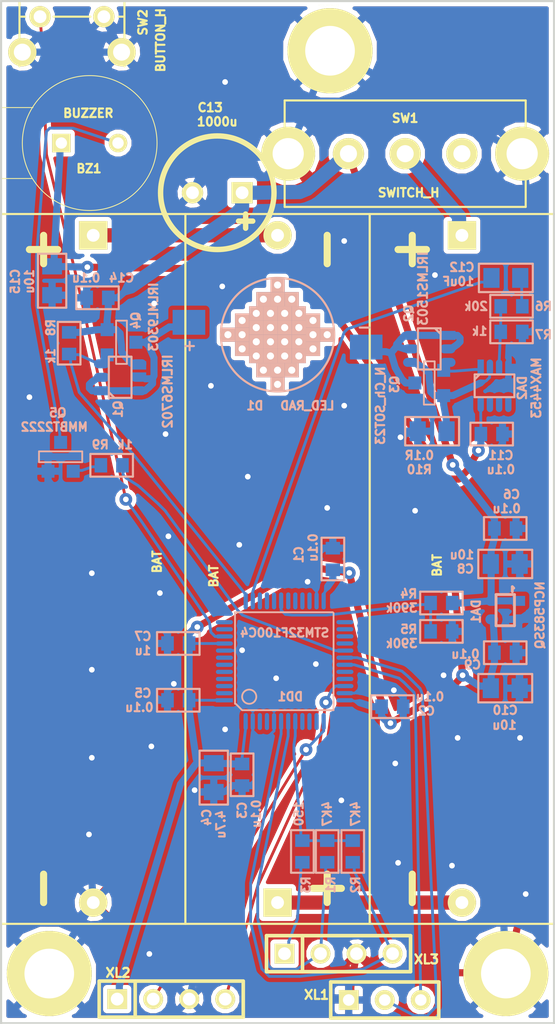
<source format=kicad_pcb>
(kicad_pcb (version 3) (host pcbnew "(2013-07-07 BZR 4022)-stable")
  (layers (15 F.Cu signal hide) (0 B.Cu signal hide) (18 B.Paste user) (19 F.Paste user) (20 B.SilkS user) (21 F.SilkS user) (22 B.Mask user) (23 F.Mask user) (28 Edge.Cuts user))
  (net 0 "")
  (net 1 +3.3V)
  (net 2 +BATT)
  (net 3 /BAT_IN)
  (net 4 /Buzzer)
  (net 5 /BuzzerOut)
  (net 6 /CURR_SNS)
  (net 7 /DAC)
  (net 8 /GreenEn)
  (net 9 /LED_A)
  (net 10 /LED_C)
  (net 11 /P_SCL)
  (net 12 /P_SDA)
  (net 13 /PeriphPwr)
  (net 14 /PeriphPwr1)
  (net 15 /SWCLK)
  (net 16 /SWDIO)
  (net 17 /UART_RX)
  (net 18 /UART_TX)
  (net 19 /UBat/2)
  (net 20 GND)
  (net 21 N-0000011)
  (net 22 N-0000015)
  (net 23 N-0000016)
  (net 24 N-0000027)
  (net 25 N-000003)
  (net 26 N-0000031)
  (net 27 N-0000054)
  (module SWITCH_SS9 (layer F.Cu) (at 216.5 117.25)
    (fp_text reference SW1 (at 0 -2.5) (layer F.SilkS) (effects (font (size 0.6 0.6))))
    (fp_text value SWITCH_H (at 0.25 2.75) (layer F.SilkS) (effects (font (size 0.6 0.6))))
    (pad 1 thru_hole circle (at -4 0) (size 2.2 2.2) (drill 1.2) (layers *.Cu *.Mask F.SilkS) (net 2 +BATT))
    (pad 2 thru_hole circle (at 0 0) (size 2.2 2.2) (drill 1.2) (layers *.Cu *.Mask F.SilkS) (net 3 /BAT_IN))
    (pad 3 thru_hole circle (at 4 0) (size 2.2 2.2) (drill 1.2) (layers *.Cu *.Mask F.SilkS))
    (pad H thru_hole circle (at -8.25 0) (size 3.8 3.8) (drill 2.2) (layers *.Cu *.Mask F.SilkS) (net 20 GND))
    (pad H thru_hole circle (at 8.25 0) (size 3.8 3.8) (drill 2.2) (layers *.Cu *.Mask F.SilkS) (net 20 GND))
  )
  (module SOT23-8 (layer B.Cu) (at 222.8 133.6)
    (fp_text reference DA2 (at 1.95 0.15 90) (layer B.SilkS) (effects (font (size 0.59944 0.59944) (thickness 0.14986)) (justify mirror)))
    (fp_text value MAX4453 (at 2.95 0.15 90) (layer B.SilkS) (effects (font (size 0.635 0.635) (thickness 0.14986)) (justify mirror)))
    (pad 1 smd rect (at -0.97536 -1.30048) (size 0.44958 1.09982) (layers B.Cu B.Paste B.Mask) (net 26 N-0000031))
    (pad 2 smd oval (at -0.32512 -1.30048) (size 0.44958 1.09982) (layers B.Cu B.Paste B.Mask) (net 6 /CURR_SNS))
    (pad 3 smd oval (at 0.32512 -1.30048) (size 0.44958 1.09982) (layers B.Cu B.Paste B.Mask) (net 27 N-0000054))
    (pad 8 smd oval (at -0.97536 1.30048) (size 0.44958 1.09982) (layers B.Cu B.Paste B.Mask) (net 1 +3.3V))
    (pad 5 smd oval (at 0.97536 1.30048) (size 0.44958 1.09982) (layers B.Cu B.Paste B.Mask))
    (pad 6 smd oval (at 0.32512 1.30048) (size 0.44958 1.09982) (layers B.Cu B.Paste B.Mask))
    (pad 4 smd oval (at 0.97536 -1.30048) (size 0.44958 1.09982) (layers B.Cu B.Paste B.Mask) (net 20 GND))
    (pad 7 smd oval (at -0.32512 1.30048) (size 0.44958 1.09982) (layers B.Cu B.Paste B.Mask))
  )
  (module SOT23-6 (layer B.Cu) (at 196.4 133 90)
    (fp_text reference Q1 (at -2.25 -0.15 90) (layer B.SilkS) (effects (font (size 0.59944 0.59944) (thickness 0.14986)) (justify mirror)))
    (fp_text value IRLMS6702 (at -1 3.35 90) (layer B.SilkS) (effects (font (size 0.635 0.635) (thickness 0.14986)) (justify mirror)))
    (pad 1 smd rect (at -0.94996 -1.30048 90) (size 0.635 1.09982) (layers B.Cu B.Paste B.Mask) (net 9 /LED_A))
    (pad 2 smd oval (at 0 -1.30048 90) (size 0.635 1.09982) (layers B.Cu B.Paste B.Mask) (net 9 /LED_A))
    (pad 3 smd oval (at 0.94996 -1.30048 90) (size 0.635 1.09982) (layers B.Cu B.Paste B.Mask) (net 8 /GreenEn))
    (pad 4 smd oval (at 0.94996 1.30048 90) (size 0.635 1.09982) (layers B.Cu B.Paste B.Mask) (net 2 +BATT))
    (pad 5 smd oval (at 0 1.30048 90) (size 0.635 1.09982) (layers B.Cu B.Paste B.Mask) (net 9 /LED_A))
    (pad 6 smd oval (at -0.94996 1.30048 90) (size 0.635 1.09982) (layers B.Cu B.Paste B.Mask) (net 9 /LED_A))
  )
  (module SOT23-6 (layer B.Cu) (at 218.2 131 270)
    (fp_text reference Q2 (at -2.5 1.45 270) (layer B.SilkS) (effects (font (size 0.59944 0.59944) (thickness 0.14986)) (justify mirror)))
    (fp_text value IRLMS1503 (at -4.25 0.45 270) (layer B.SilkS) (effects (font (size 0.635 0.635) (thickness 0.14986)) (justify mirror)))
    (pad 1 smd rect (at -0.94996 -1.30048 270) (size 0.635 1.09982) (layers B.Cu B.Paste B.Mask) (net 10 /LED_C))
    (pad 2 smd oval (at 0 -1.30048 270) (size 0.635 1.09982) (layers B.Cu B.Paste B.Mask) (net 10 /LED_C))
    (pad 3 smd oval (at 0.94996 -1.30048 270) (size 0.635 1.09982) (layers B.Cu B.Paste B.Mask) (net 26 N-0000031))
    (pad 4 smd oval (at 0.94996 1.30048 270) (size 0.635 1.09982) (layers B.Cu B.Paste B.Mask) (net 6 /CURR_SNS))
    (pad 5 smd oval (at 0 1.30048 270) (size 0.635 1.09982) (layers B.Cu B.Paste B.Mask) (net 10 /LED_C))
    (pad 6 smd oval (at -0.94996 1.30048 270) (size 0.635 1.09982) (layers B.Cu B.Paste B.Mask) (net 10 /LED_C))
  )
  (module SOT23 (layer B.Cu) (at 192.2 138.6)
    (fp_text reference Q5 (at -0.2 -3.1) (layer B.SilkS) (effects (font (size 0.59944 0.59944) (thickness 0.14986)) (justify mirror)))
    (fp_text value MMBT2222 (at -0.45 -2.1) (layer B.SilkS) (effects (font (size 0.59944 0.59944) (thickness 0.14986)) (justify mirror)))
    (pad 2 smd rect (at -0.889 1.016) (size 0.9144 0.9144) (layers B.Cu B.Paste B.Mask) (net 20 GND))
    (pad 1 smd rect (at 0.889 1.016) (size 0.9144 0.9144) (layers B.Cu B.Paste B.Mask) (net 21 N-0000011))
    (pad 3 smd rect (at 0 -1.016) (size 0.9144 0.9144) (layers B.Cu B.Paste B.Mask) (net 5 /BuzzerOut))
  )
  (module SOT23 (layer B.Cu) (at 218.2 133.4 90)
    (fp_text reference Q3 (at -0.1 -2.45 90) (layer B.SilkS) (effects (font (size 0.59944 0.59944) (thickness 0.14986)) (justify mirror)))
    (fp_text value N_Ch_SOT23 (at -1.6 -3.45 90) (layer B.SilkS) (effects (font (size 0.59944 0.59944) (thickness 0.14986)) (justify mirror)))
    (pad 2 smd rect (at -0.889 1.016 90) (size 0.9144 0.9144) (layers B.Cu B.Paste B.Mask) (net 6 /CURR_SNS))
    (pad 1 smd rect (at 0.889 1.016 90) (size 0.9144 0.9144) (layers B.Cu B.Paste B.Mask) (net 26 N-0000031))
    (pad 3 smd rect (at 0 -1.016 90) (size 0.9144 0.9144) (layers B.Cu B.Paste B.Mask) (net 10 /LED_C))
  )
  (module SOT23 (layer B.Cu) (at 196.4938 130.5329 270)
    (fp_text reference Q4 (at -1.5329 -1.0062 270) (layer B.SilkS) (effects (font (size 0.59944 0.59944) (thickness 0.14986)) (justify mirror)))
    (fp_text value IRLML9303 (at -1.7829 -2.2562 270) (layer B.SilkS) (effects (font (size 0.59944 0.59944) (thickness 0.14986)) (justify mirror)))
    (pad 2 smd rect (at -0.889 1.016 270) (size 0.9144 0.9144) (layers B.Cu B.Paste B.Mask) (net 2 +BATT))
    (pad 1 smd rect (at 0.889 1.016 270) (size 0.9144 0.9144) (layers B.Cu B.Paste B.Mask) (net 8 /GreenEn))
    (pad 3 smd rect (at 0 -1.016 270) (size 0.9144 0.9144) (layers B.Cu B.Paste B.Mask) (net 9 /LED_A))
  )
  (module SOLDERFUSE (layer B.Cu) (at 197.7352 132.5566 270)
    (fp_text reference F1 hide)
    (fp_text value FUSE0R hide)
    (pad 1 smd rect (at -0.39878 0 270) (size 0.59944 1.00076) (layers B.Cu B.Paste B.Mask) (net 2 +BATT))
    (pad 2 smd rect (at 0.39878 0 270) (size 0.59944 1.00076) (layers B.Cu B.Paste B.Mask) (net 9 /LED_A))
  )
  (module SIL-4 (layer F.Cu) (at 211.8 173.6)
    (fp_text reference XL3 (at 6.2 0.4) (layer F.SilkS) (effects (font (size 0.635 0.635) (thickness 0.16002))))
    (fp_text value CONN_4 hide)
    (pad 1 thru_hole rect (at -3.81 0) (size 1.39954 1.39954) (drill 0.89916) (layers *.Cu *.Mask F.SilkS) (net 14 /PeriphPwr1))
    (pad 2 thru_hole circle (at -1.27 0) (size 1.39954 1.39954) (drill 0.89916) (layers *.Cu *.Mask F.SilkS) (net 11 /P_SCL))
    (pad 3 thru_hole circle (at 1.27 0) (size 1.39954 1.39954) (drill 0.89916) (layers *.Cu *.Mask F.SilkS) (net 20 GND))
    (pad 4 thru_hole circle (at 3.81 0) (size 1.39954 1.39954) (drill 0.89916) (layers *.Cu *.Mask F.SilkS) (net 12 /P_SDA))
  )
  (module SIL-4 (layer F.Cu) (at 200 176.8)
    (fp_text reference XL2 (at -3.74904 -1.84912) (layer F.SilkS) (effects (font (size 0.635 0.635) (thickness 0.16002))))
    (fp_text value ST_SWD hide)
    (pad 1 thru_hole rect (at -3.81 0) (size 1.39954 1.39954) (drill 0.89916) (layers *.Cu *.Mask F.SilkS) (net 1 +3.3V))
    (pad 2 thru_hole circle (at -1.27 0) (size 1.39954 1.39954) (drill 0.89916) (layers *.Cu *.Mask F.SilkS) (net 15 /SWCLK))
    (pad 3 thru_hole circle (at 1.27 0) (size 1.39954 1.39954) (drill 0.89916) (layers *.Cu *.Mask F.SilkS) (net 20 GND))
    (pad 4 thru_hole circle (at 3.81 0) (size 1.39954 1.39954) (drill 0.89916) (layers *.Cu *.Mask F.SilkS) (net 16 /SWDIO))
  )
  (module SIL-3 (layer F.Cu) (at 215.0588 176.8625)
    (fp_text reference XL1 (at -4.8088 -0.3625) (layer F.SilkS) (effects (font (size 0.635 0.635) (thickness 0.16002))))
    (fp_text value CONN_3 hide)
    (pad 1 thru_hole rect (at -2.54 0) (size 1.397 1.397) (drill 0.8128) (layers *.Cu *.Mask F.SilkS) (net 20 GND))
    (pad 2 thru_hole circle (at 0 0) (size 1.397 1.397) (drill 0.8128) (layers *.Cu *.Mask F.SilkS) (net 18 /UART_TX))
    (pad 3 thru_hole circle (at 2.54 0) (size 1.397 1.397) (drill 0.8128) (layers *.Cu *.Mask F.SilkS) (net 17 /UART_RX))
  )
  (module SC82AB (layer B.Cu) (at 223.5573 149.4004 180)
    (fp_text reference DA1 (at 2.0573 -0.0996 270) (layer B.SilkS) (effects (font (size 0.59944 0.59944) (thickness 0.14986)) (justify mirror)))
    (fp_text value NCP583SQ (at -2.4427 -0.3496 270) (layer B.SilkS) (effects (font (size 0.59944 0.59944) (thickness 0.14986)) (justify mirror)))
    (pad 1 smd rect (at -0.94996 0.65024 180) (size 0.89916 0.70104) (layers B.Cu B.Paste B.Mask) (net 2 +BATT))
    (pad 2 smd oval (at -0.94996 -0.65024 180) (size 0.89916 0.70104) (layers B.Cu B.Paste B.Mask) (net 20 GND))
    (pad 3 smd oval (at 0.94996 -0.65024 180) (size 0.89916 0.70104) (layers B.Cu B.Paste B.Mask) (net 1 +3.3V))
    (pad 4 smd oval (at 0.94996 0.65024 180) (size 0.89916 0.70104) (layers B.Cu B.Paste B.Mask) (net 2 +BATT))
  )
  (module RES_0805 (layer B.Cu) (at 218.4 136.8 180)
    (fp_text reference R10 (at 0.9 -2.7 180) (layer B.SilkS) (effects (font (size 0.6 0.6)) (justify mirror)))
    (fp_text value 0.1R (at 0.9 -1.7 180) (layer B.SilkS) (effects (font (size 0.6 0.6)) (justify mirror)))
    (pad 1 smd rect (at -1.016 0 180) (size 1.143 1.397) (layers B.Cu B.Paste B.Mask) (net 6 /CURR_SNS))
    (pad 2 smd rect (at 1.016 0 180) (size 1.143 1.397) (layers B.Cu B.Paste B.Mask) (net 20 GND))
  )
  (module RES_0603 (layer B.Cu) (at 219.0573 148.9004 180)
    (fp_text reference R4 (at 2.3073 0.6504 180) (layer B.SilkS) (effects (font (size 0.6 0.6)) (justify mirror)))
    (fp_text value 390k (at 2.8073 -0.3496 180) (layer B.SilkS) (effects (font (size 0.6 0.6)) (justify mirror)))
    (pad 1 smd rect (at -0.762 0 180) (size 0.889 1.016) (layers B.Cu B.Paste B.Mask) (net 2 +BATT))
    (pad 2 smd rect (at 0.762 0 180) (size 0.889 1.016) (layers B.Cu B.Paste B.Mask) (net 19 /UBat/2))
  )
  (module RES_0603 (layer B.Cu) (at 211 166.4 90)
    (fp_text reference R1 (at -2.35 0.25 90) (layer B.SilkS) (effects (font (size 0.6 0.6)) (justify mirror)))
    (fp_text value 4K7 (at 2.65 0 90) (layer B.SilkS) (effects (font (size 0.6 0.6)) (justify mirror)))
    (pad 1 smd rect (at -0.762 0 90) (size 0.889 1.016) (layers B.Cu B.Paste B.Mask) (net 11 /P_SCL))
    (pad 2 smd rect (at 0.762 0 90) (size 0.889 1.016) (layers B.Cu B.Paste B.Mask) (net 13 /PeriphPwr))
  )
  (module RES_0603 (layer B.Cu) (at 212.8 166.4 90)
    (fp_text reference R2 (at -2.35 0.2 90) (layer B.SilkS) (effects (font (size 0.6 0.6)) (justify mirror)))
    (fp_text value 4K7 (at 2.65 0.2 90) (layer B.SilkS) (effects (font (size 0.6 0.6)) (justify mirror)))
    (pad 1 smd rect (at -0.762 0 90) (size 0.889 1.016) (layers B.Cu B.Paste B.Mask) (net 12 /P_SDA))
    (pad 2 smd rect (at 0.762 0 90) (size 0.889 1.016) (layers B.Cu B.Paste B.Mask) (net 13 /PeriphPwr))
  )
  (module RES_0603 (layer B.Cu) (at 209.25 166.4 90)
    (fp_text reference R3 (at -2.35 0.25 90) (layer B.SilkS) (effects (font (size 0.6 0.6)) (justify mirror)))
    (fp_text value 150 (at 2.65 -0.25 90) (layer B.SilkS) (effects (font (size 0.6 0.6)) (justify mirror)))
    (pad 1 smd rect (at -0.762 0 90) (size 0.889 1.016) (layers B.Cu B.Paste B.Mask) (net 14 /PeriphPwr1))
    (pad 2 smd rect (at 0.762 0 90) (size 0.889 1.016) (layers B.Cu B.Paste B.Mask) (net 13 /PeriphPwr))
  )
  (module RES_0603 (layer B.Cu) (at 195.8 139.2 180)
    (fp_text reference R9 (at 0.8 1.45 180) (layer B.SilkS) (effects (font (size 0.6 0.6)) (justify mirror)))
    (fp_text value 1k (at -0.95 1.45 180) (layer B.SilkS) (effects (font (size 0.6 0.6)) (justify mirror)))
    (pad 1 smd rect (at -0.762 0 180) (size 0.889 1.016) (layers B.Cu B.Paste B.Mask) (net 4 /Buzzer))
    (pad 2 smd rect (at 0.762 0 180) (size 0.889 1.016) (layers B.Cu B.Paste B.Mask) (net 21 N-0000011))
  )
  (module RES_0603 (layer B.Cu) (at 192.8 130.6 270)
    (fp_text reference R8 (at -1.1 1.3 270) (layer B.SilkS) (effects (font (size 0.6 0.6)) (justify mirror)))
    (fp_text value 1k (at 0.9 1.3 270) (layer B.SilkS) (effects (font (size 0.6 0.6)) (justify mirror)))
    (pad 1 smd rect (at -0.762 0 270) (size 0.889 1.016) (layers B.Cu B.Paste B.Mask) (net 2 +BATT))
    (pad 2 smd rect (at 0.762 0 270) (size 0.889 1.016) (layers B.Cu B.Paste B.Mask) (net 8 /GreenEn))
  )
  (module RES_0603 (layer B.Cu) (at 224 129.8)
    (fp_text reference R7 (at 2.25 0.2) (layer B.SilkS) (effects (font (size 0.6 0.6)) (justify mirror)))
    (fp_text value 1k (at -2.25 -0.05) (layer B.SilkS) (effects (font (size 0.6 0.6)) (justify mirror)))
    (pad 1 smd rect (at -0.762 0) (size 0.889 1.016) (layers B.Cu B.Paste B.Mask) (net 27 N-0000054))
    (pad 2 smd rect (at 0.762 0) (size 0.889 1.016) (layers B.Cu B.Paste B.Mask) (net 20 GND))
  )
  (module RES_0603 (layer B.Cu) (at 224 128 180)
    (fp_text reference R6 (at -2.25 0 180) (layer B.SilkS) (effects (font (size 0.6 0.6)) (justify mirror)))
    (fp_text value 20k (at 2.5 0 180) (layer B.SilkS) (effects (font (size 0.6 0.6)) (justify mirror)))
    (pad 1 smd rect (at -0.762 0 180) (size 0.889 1.016) (layers B.Cu B.Paste B.Mask) (net 22 N-0000015))
    (pad 2 smd rect (at 0.762 0 180) (size 0.889 1.016) (layers B.Cu B.Paste B.Mask) (net 27 N-0000054))
  )
  (module RES_0603 (layer B.Cu) (at 219.0573 150.9004)
    (fp_text reference R5 (at -2.3073 -0.1504) (layer B.SilkS) (effects (font (size 0.6 0.6)) (justify mirror)))
    (fp_text value 390k (at -2.8073 0.8496) (layer B.SilkS) (effects (font (size 0.6 0.6)) (justify mirror)))
    (pad 1 smd rect (at -0.762 0) (size 0.889 1.016) (layers B.Cu B.Paste B.Mask) (net 19 /UBat/2))
    (pad 2 smd rect (at 0.762 0) (size 0.889 1.016) (layers B.Cu B.Paste B.Mask) (net 20 GND))
  )
  (module LQFP48 (layer B.Cu) (at 208 153)
    (fp_text reference DD1 (at 0.39878 2.49936) (layer B.SilkS) (effects (font (size 0.59944 0.59944) (thickness 0.14986)) (justify mirror)))
    (fp_text value STM32F100C4 (at 0 -2) (layer B.SilkS) (effects (font (size 0.59944 0.59944) (thickness 0.14986)) (justify mirror)))
    (pad 1 smd rect (at -4.24942 2.75082) (size 1.19888 0.29972) (layers B.Cu B.Paste B.Mask) (net 1 +3.3V))
    (pad 2 smd oval (at -4.24942 2.25298) (size 1.19888 0.29972) (layers B.Cu B.Paste B.Mask))
    (pad 3 smd oval (at -4.24942 1.7526) (size 1.19888 0.29972) (layers B.Cu B.Paste B.Mask))
    (pad 4 smd oval (at -4.24942 1.25222) (size 1.19888 0.29972) (layers B.Cu B.Paste B.Mask))
    (pad 5 smd oval (at -4.24942 0.75184) (size 1.19888 0.29972) (layers B.Cu B.Paste B.Mask))
    (pad 6 smd oval (at -4.24942 0.25146) (size 1.19888 0.29972) (layers B.Cu B.Paste B.Mask))
    (pad 7 smd oval (at -4.24942 -0.24892) (size 1.19888 0.29972) (layers B.Cu B.Paste B.Mask))
    (pad 8 smd oval (at -4.24942 -0.7493) (size 1.19888 0.29972) (layers B.Cu B.Paste B.Mask) (net 20 GND))
    (pad 9 smd oval (at -4.24942 -1.24714) (size 1.19888 0.29972) (layers B.Cu B.Paste B.Mask) (net 1 +3.3V))
    (pad 10 smd oval (at -4.24942 -1.74752) (size 1.19888 0.29972) (layers B.Cu B.Paste B.Mask) (net 23 N-0000016))
    (pad 11 smd oval (at -4.24942 -2.2479) (size 1.19888 0.29972) (layers B.Cu B.Paste B.Mask))
    (pad 12 smd oval (at -4.25196 -2.74828) (size 1.19888 0.29972) (layers B.Cu B.Paste B.Mask))
    (pad 13 smd oval (at -2.74574 -4.24942 270) (size 1.19888 0.29972) (layers B.Cu B.Paste B.Mask) (net 8 /GreenEn))
    (pad 14 smd oval (at -2.2479 -4.24942 270) (size 1.19888 0.29972) (layers B.Cu B.Paste B.Mask) (net 7 /DAC))
    (pad 15 smd oval (at -1.74752 -4.24942 270) (size 1.19888 0.29972) (layers B.Cu B.Paste B.Mask))
    (pad 16 smd oval (at -1.24714 -4.24942 270) (size 1.19888 0.29972) (layers B.Cu B.Paste B.Mask))
    (pad 17 smd oval (at -0.74676 -4.24942 270) (size 1.19888 0.29972) (layers B.Cu B.Paste B.Mask))
    (pad 18 smd oval (at -0.24638 -4.24942 270) (size 1.19888 0.29972) (layers B.Cu B.Paste B.Mask) (net 19 /UBat/2))
    (pad 19 smd oval (at 0.254 -4.24942 270) (size 1.19888 0.29972) (layers B.Cu B.Paste B.Mask))
    (pad 20 smd oval (at 0.75184 -4.24942 270) (size 1.19888 0.29972) (layers B.Cu B.Paste B.Mask))
    (pad 21 smd oval (at 1.25222 -4.24942 270) (size 1.19888 0.29972) (layers B.Cu B.Paste B.Mask))
    (pad 22 smd oval (at 1.7526 -4.24942 270) (size 1.19888 0.29972) (layers B.Cu B.Paste B.Mask))
    (pad 23 smd oval (at 2.25044 -4.24942 270) (size 1.19888 0.29972) (layers B.Cu B.Paste B.Mask) (net 20 GND))
    (pad 24 smd oval (at 2.75082 -4.24942 270) (size 1.19888 0.29972) (layers B.Cu B.Paste B.Mask) (net 1 +3.3V))
    (pad 25 smd oval (at 4.25196 -2.75082) (size 1.19888 0.29972) (layers B.Cu B.Paste B.Mask))
    (pad 26 smd oval (at 4.25196 -2.25044) (size 1.19888 0.29972) (layers B.Cu B.Paste B.Mask))
    (pad 27 smd oval (at 4.25196 -1.75006) (size 1.19888 0.29972) (layers B.Cu B.Paste B.Mask))
    (pad 28 smd oval (at 4.25196 -1.24968) (size 1.19888 0.29972) (layers B.Cu B.Paste B.Mask))
    (pad 29 smd oval (at 4.25196 -0.7493) (size 1.19888 0.29972) (layers B.Cu B.Paste B.Mask) (net 4 /Buzzer))
    (pad 30 smd oval (at 4.25196 -0.24892) (size 1.19888 0.29972) (layers B.Cu B.Paste B.Mask) (net 18 /UART_TX))
    (pad 31 smd oval (at 4.25196 0.25146) (size 1.19888 0.29972) (layers B.Cu B.Paste B.Mask) (net 17 /UART_RX))
    (pad 32 smd oval (at 4.25196 0.7493) (size 1.19888 0.29972) (layers B.Cu B.Paste B.Mask))
    (pad 33 smd oval (at 4.25196 1.24968) (size 1.19888 0.29972) (layers B.Cu B.Paste B.Mask))
    (pad 34 smd oval (at 4.25196 1.75006) (size 1.19888 0.29972) (layers B.Cu B.Paste B.Mask) (net 16 /SWDIO))
    (pad 35 smd oval (at 4.25196 2.25044) (size 1.19888 0.29972) (layers B.Cu B.Paste B.Mask) (net 20 GND))
    (pad 36 smd oval (at 4.25196 2.75082) (size 1.19888 0.29972) (layers B.Cu B.Paste B.Mask) (net 1 +3.3V))
    (pad 37 smd oval (at 2.75082 4.24942 270) (size 1.19888 0.29972) (layers B.Cu B.Paste B.Mask) (net 15 /SWCLK))
    (pad 38 smd oval (at 2.25044 4.24942 270) (size 1.19888 0.29972) (layers B.Cu B.Paste B.Mask))
    (pad 39 smd oval (at 1.75006 4.24942 270) (size 1.19888 0.29972) (layers B.Cu B.Paste B.Mask))
    (pad 40 smd oval (at 1.24968 4.24942 270) (size 1.19888 0.29972) (layers B.Cu B.Paste B.Mask))
    (pad 41 smd oval (at 0.7493 4.24942 270) (size 1.19888 0.29972) (layers B.Cu B.Paste B.Mask) (net 13 /PeriphPwr))
    (pad 42 smd oval (at 0.24892 4.24942 270) (size 1.19888 0.29972) (layers B.Cu B.Paste B.Mask) (net 11 /P_SCL))
    (pad 43 smd oval (at -0.24892 4.24942 270) (size 1.19888 0.29972) (layers B.Cu B.Paste B.Mask) (net 12 /P_SDA))
    (pad 44 smd oval (at -0.7493 4.24942 270) (size 1.19888 0.29972) (layers B.Cu B.Paste B.Mask) (net 20 GND))
    (pad 45 smd oval (at -1.24968 4.24942 270) (size 1.19888 0.29972) (layers B.Cu B.Paste B.Mask))
    (pad 46 smd oval (at -1.75006 4.24942 270) (size 1.19888 0.29972) (layers B.Cu B.Paste B.Mask))
    (pad 47 smd oval (at -2.25044 4.24942 270) (size 1.19888 0.29972) (layers B.Cu B.Paste B.Mask) (net 20 GND))
    (pad 48 smd oval (at -2.75082 4.24942 270) (size 1.19888 0.29972) (layers B.Cu B.Paste B.Mask) (net 1 +3.3V))
  )
  (module LED_RAD (layer B.Cu) (at 207.5 130)
    (fp_text reference D1 (at -1.6002 5.00126) (layer B.SilkS) (effects (font (size 0.59944 0.59944) (thickness 0.14986)) (justify mirror)))
    (fp_text value LED_RAD (at 2.10058 5.00126) (layer B.SilkS) (effects (font (size 0.59944 0.59944) (thickness 0.14986)) (justify mirror)))
    (pad P thru_hole rect (at -0.50038 0.50038) (size 1.00076 1.00076) (drill 0.50038) (layers *.Cu *.Mask B.SilkS))
    (pad P thru_hole rect (at 0.50038 0.50038) (size 1.00076 1.00076) (drill 0.50038) (layers *.Cu *.Mask B.SilkS))
    (pad P thru_hole rect (at 0.50038 -0.50038) (size 1.00076 1.00076) (drill 0.50038) (layers *.Cu *.Mask B.SilkS))
    (pad P thru_hole rect (at -0.50038 -0.50038) (size 1.00076 1.00076) (drill 0.50038) (layers *.Cu *.Mask B.SilkS))
    (pad P thru_hole rect (at -1.50114 -0.50038) (size 1.00076 1.00076) (drill 0.50038) (layers *.Cu *.Mask B.SilkS))
    (pad P thru_hole rect (at -1.50114 0.50038) (size 1.00076 1.00076) (drill 0.50038) (layers *.Cu *.Mask B.SilkS))
    (pad P thru_hole rect (at -1.50114 1.50114) (size 1.00076 1.00076) (drill 0.50038) (layers *.Cu *.Mask B.SilkS))
    (pad P thru_hole rect (at -0.50038 1.50114) (size 1.00076 1.00076) (drill 0.50038) (layers *.Cu *.Mask B.SilkS))
    (pad P thru_hole rect (at 0.50038 1.50114) (size 1.00076 1.00076) (drill 0.50038) (layers *.Cu *.Mask B.SilkS))
    (pad P thru_hole rect (at 1.50114 1.50114) (size 1.00076 1.00076) (drill 0.50038) (layers *.Cu *.Mask B.SilkS))
    (pad P thru_hole rect (at 1.50114 0.50038) (size 1.00076 1.00076) (drill 0.50038) (layers *.Cu *.Mask B.SilkS))
    (pad P thru_hole rect (at 1.50114 -0.50038) (size 1.00076 1.00076) (drill 0.50038) (layers *.Cu *.Mask B.SilkS))
    (pad P thru_hole rect (at 1.50114 -1.50114) (size 1.00076 1.00076) (drill 0.50038) (layers *.Cu *.Mask B.SilkS))
    (pad P thru_hole rect (at 0.50038 -1.50114) (size 1.00076 1.00076) (drill 0.50038) (layers *.Cu *.Mask B.SilkS))
    (pad P thru_hole rect (at -0.50038 -1.50114) (size 1.00076 1.00076) (drill 0.50038) (layers *.Cu *.Mask B.SilkS))
    (pad P thru_hole rect (at -1.50114 -1.50114) (size 1.00076 1.00076) (drill 0.50038) (layers *.Cu *.Mask B.SilkS))
    (pad P thru_hole rect (at -2.49936 1.00076) (size 1.00076 1.00076) (drill 0.50038) (layers *.Cu *.Mask B.SilkS))
    (pad P thru_hole rect (at -2.49936 0) (size 1.00076 1.00076) (drill 0.50038) (layers *.Cu *.Mask B.SilkS))
    (pad P thru_hole rect (at -2.49936 -1.00076) (size 1.00076 1.00076) (drill 0.50038) (layers *.Cu *.Mask B.SilkS))
    (pad P thru_hole rect (at -1.00076 2.49936) (size 1.00076 1.00076) (drill 0.50038) (layers *.Cu *.Mask B.SilkS))
    (pad P thru_hole rect (at 0 2.49936) (size 1.00076 1.00076) (drill 0.50038) (layers *.Cu *.Mask B.SilkS))
    (pad P thru_hole rect (at 1.00076 2.49936) (size 1.00076 1.00076) (drill 0.50038) (layers *.Cu *.Mask B.SilkS))
    (pad P thru_hole rect (at 2.49936 1.00076) (size 1.00076 1.00076) (drill 0.50038) (layers *.Cu *.Mask B.SilkS))
    (pad P thru_hole rect (at 2.49936 0) (size 1.00076 1.00076) (drill 0.50038) (layers *.Cu *.Mask B.SilkS))
    (pad P thru_hole rect (at 2.49936 -1.00076) (size 1.00076 1.00076) (drill 0.50038) (layers *.Cu *.Mask B.SilkS))
    (pad P thru_hole rect (at 1.00076 -2.49936) (size 1.00076 1.00076) (drill 0.50038) (layers *.Cu *.Mask B.SilkS))
    (pad P thru_hole rect (at 0 -2.49936) (size 1.00076 1.00076) (drill 0.50038) (layers *.Cu *.Mask B.SilkS))
    (pad P thru_hole rect (at -1.00076 -2.49936) (size 1.00076 1.00076) (drill 0.50038) (layers *.Cu *.Mask B.SilkS))
    (pad P thru_hole rect (at 3.50012 0) (size 1.00076 1.00076) (drill 0.50038) (layers *.Cu *.Mask B.SilkS))
    (pad P thru_hole rect (at 0 3.50012) (size 1.00076 1.00076) (drill 0.50038) (layers *.Cu *.Mask B.SilkS))
    (pad P thru_hole rect (at -3.50012 0) (size 1.00076 1.00076) (drill 0.50038) (layers *.Cu *.Mask B.SilkS))
    (pad P thru_hole rect (at 0 -3.50012) (size 1.00076 1.00076) (drill 0.50038) (layers *.Cu *.Mask B.SilkS))
    (pad C smd rect (at 6.25094 0.87122) (size 2.30124 1.75006) (layers B.Cu B.Paste B.Mask) (net 10 /LED_C))
    (pad A smd rect (at -6.25094 -0.87122) (size 2.30124 1.75006) (layers B.Cu B.Paste B.Mask) (net 9 /LED_A))
  )
  (module Hole3_5_out6mm (layer F.Cu) (at 211.2 110)
    (fp_text reference HOLE3 hide)
    (fp_text value HOLE_METALLED (at -0.09906 -3.2004) (layer F.SilkS) (effects (font (size 0.127 0.127) (thickness 0.00254))))
    (pad Hle thru_hole circle (at 0 0) (size 5.99948 5.99948) (drill 3.50012) (layers *.Cu *.Mask F.SilkS) (net 20 GND))
  )
  (module Hole3_5_out6mm (layer F.Cu) (at 191.4 175)
    (fp_text reference HOLE1 hide)
    (fp_text value HOLE_METALLED (at -0.09906 -3.2004) (layer F.SilkS) (effects (font (size 0.127 0.127) (thickness 0.00254))))
    (pad Hle thru_hole circle (at 0 0) (size 5.99948 5.99948) (drill 3.50012) (layers *.Cu *.Mask F.SilkS) (net 20 GND))
  )
  (module Hole3_5_out6mm (layer F.Cu) (at 223.6 175)
    (fp_text reference HOLE2 hide)
    (fp_text value HOLE_METALLED (at -0.09906 -3.2004) (layer F.SilkS) (effects (font (size 0.127 0.127) (thickness 0.00254))))
    (pad Hle thru_hole circle (at 0 0) (size 5.99948 5.99948) (drill 3.50012) (layers *.Cu *.Mask F.SilkS) (net 20 GND))
  )
  (module CAP_08xxR (layer F.Cu) (at 203.25 120 180)
    (fp_text reference C13 (at 0.5 6 180) (layer F.SilkS) (effects (font (size 0.6 0.6))))
    (fp_text value 1000u (at 0 5.00126 180) (layer F.SilkS) (effects (font (size 0.6 0.6))))
    (pad 1 thru_hole rect (at -1.75 0 180) (size 1.5 1.5) (drill 0.9) (layers *.Cu *.Mask F.SilkS) (net 2 +BATT))
    (pad 2 thru_hole circle (at 1.75 0 180) (size 1.5 1.5) (drill 0.9) (layers *.Cu *.Mask F.SilkS) (net 20 GND))
  )
  (module CAP_0805 (layer B.Cu) (at 223.5573 146.1504)
    (fp_text reference C8 (at -2.8073 0.3496) (layer B.SilkS) (effects (font (size 0.6 0.6)) (justify mirror)))
    (fp_text value 10u (at -3.0573 -0.6504) (layer B.SilkS) (effects (font (size 0.6 0.6)) (justify mirror)))
    (pad 1 smd rect (at -1.016 0) (size 1.143 1.397) (layers B.Cu B.Paste B.Mask) (net 2 +BATT))
    (pad 2 smd rect (at 1.016 0) (size 1.143 1.397) (layers B.Cu B.Paste B.Mask) (net 20 GND))
  )
  (module CAP_0805 (layer B.Cu) (at 191.6 126.2 270)
    (fp_text reference C15 (at 0.05 2.6 270) (layer B.SilkS) (effects (font (size 0.6 0.6)) (justify mirror)))
    (fp_text value 10u (at 0.05 1.6 270) (layer B.SilkS) (effects (font (size 0.6 0.6)) (justify mirror)))
    (pad 1 smd rect (at -1.016 0 270) (size 1.143 1.397) (layers B.Cu B.Paste B.Mask) (net 1 +3.3V))
    (pad 2 smd rect (at 1.016 0 270) (size 1.143 1.397) (layers B.Cu B.Paste B.Mask) (net 20 GND))
  )
  (module CAP_0805 (layer B.Cu) (at 223.6 126)
    (fp_text reference C12 (at -3.1 -0.75) (layer B.SilkS) (effects (font (size 0.6 0.6)) (justify mirror)))
    (fp_text value 10uF (at -3.35 0.25) (layer B.SilkS) (effects (font (size 0.6 0.6)) (justify mirror)))
    (pad 1 smd rect (at -1.016 0) (size 1.143 1.397) (layers B.Cu B.Paste B.Mask) (net 7 /DAC))
    (pad 2 smd rect (at 1.016 0) (size 1.143 1.397) (layers B.Cu B.Paste B.Mask) (net 22 N-0000015))
  )
  (module CAP_0805 (layer B.Cu) (at 223.5573 154.9004)
    (fp_text reference C10 (at 0 1.55) (layer B.SilkS) (effects (font (size 0.6 0.6)) (justify mirror)))
    (fp_text value 10u (at -0.0573 2.5996) (layer B.SilkS) (effects (font (size 0.6 0.6)) (justify mirror)))
    (pad 1 smd rect (at -1.016 0) (size 1.143 1.397) (layers B.Cu B.Paste B.Mask) (net 1 +3.3V))
    (pad 2 smd rect (at 1.016 0) (size 1.143 1.397) (layers B.Cu B.Paste B.Mask) (net 20 GND))
  )
  (module CAP_0805 (layer B.Cu) (at 203 161.2 270)
    (fp_text reference C4 (at 2.8 0.5 270) (layer B.SilkS) (effects (font (size 0.6 0.6)) (justify mirror)))
    (fp_text value 4.7u (at 3.3 -0.5 270) (layer B.SilkS) (effects (font (size 0.6 0.6)) (justify mirror)))
    (pad 1 smd rect (at -1.016 0 270) (size 1.143 1.397) (layers B.Cu B.Paste B.Mask) (net 1 +3.3V))
    (pad 2 smd rect (at 1.016 0 270) (size 1.143 1.397) (layers B.Cu B.Paste B.Mask) (net 20 GND))
  )
  (module CAP_0603 (layer B.Cu) (at 223.5573 152.4004)
    (fp_text reference C9 (at -2.3073 0.8496) (layer B.SilkS) (effects (font (size 0.6 0.6)) (justify mirror)))
    (fp_text value 0.1u (at -2.8073 0.0996) (layer B.SilkS) (effects (font (size 0.6 0.6)) (justify mirror)))
    (pad 1 smd rect (at -0.762 0) (size 0.889 1.016) (layers B.Cu B.Paste B.Mask) (net 1 +3.3V))
    (pad 2 smd rect (at 0.762 0) (size 0.889 1.016) (layers B.Cu B.Paste B.Mask) (net 20 GND))
  )
  (module CAP_0603 (layer B.Cu) (at 222.6 137)
    (fp_text reference C11 (at 0.65 1.5) (layer B.SilkS) (effects (font (size 0.6 0.6)) (justify mirror)))
    (fp_text value 0.1u (at 0.65 2.5) (layer B.SilkS) (effects (font (size 0.6 0.6)) (justify mirror)))
    (pad 1 smd rect (at -0.762 0) (size 0.889 1.016) (layers B.Cu B.Paste B.Mask) (net 1 +3.3V))
    (pad 2 smd rect (at 0.762 0) (size 0.889 1.016) (layers B.Cu B.Paste B.Mask) (net 20 GND))
  )
  (module CAP_0603 (layer B.Cu) (at 223.5573 143.6504)
    (fp_text reference C6 (at 0.4427 -2.4004) (layer B.SilkS) (effects (font (size 0.6 0.6)) (justify mirror)))
    (fp_text value 0.1u (at 0.09906 -1.39954) (layer B.SilkS) (effects (font (size 0.6 0.6)) (justify mirror)))
    (pad 1 smd rect (at -0.762 0) (size 0.889 1.016) (layers B.Cu B.Paste B.Mask) (net 2 +BATT))
    (pad 2 smd rect (at 0.762 0) (size 0.889 1.016) (layers B.Cu B.Paste B.Mask) (net 20 GND))
  )
  (module CAP_0603 (layer B.Cu) (at 194.8 127.4 180)
    (fp_text reference C14 (at -1.7 1.4 180) (layer B.SilkS) (effects (font (size 0.6 0.6)) (justify mirror)))
    (fp_text value 0.1u (at 0.8 1.4 180) (layer B.SilkS) (effects (font (size 0.6 0.6)) (justify mirror)))
    (pad 1 smd rect (at -0.762 0 180) (size 0.889 1.016) (layers B.Cu B.Paste B.Mask) (net 2 +BATT))
    (pad 2 smd rect (at 0.762 0 180) (size 0.889 1.016) (layers B.Cu B.Paste B.Mask) (net 20 GND))
  )
  (module CAP_0603 (layer B.Cu) (at 205 161 270)
    (fp_text reference C3 (at 2.5 0 270) (layer B.SilkS) (effects (font (size 0.6 0.6)) (justify mirror)))
    (fp_text value 0.1u (at 2.75 -1 270) (layer B.SilkS) (effects (font (size 0.6 0.6)) (justify mirror)))
    (pad 1 smd rect (at -0.762 0 270) (size 0.889 1.016) (layers B.Cu B.Paste B.Mask) (net 1 +3.3V))
    (pad 2 smd rect (at 0.762 0 270) (size 0.889 1.016) (layers B.Cu B.Paste B.Mask) (net 20 GND))
  )
  (module CAP_0603 (layer B.Cu) (at 211.4 145.8 90)
    (fp_text reference C1 (at 0.3 -2.4 90) (layer B.SilkS) (effects (font (size 0.6 0.6)) (justify mirror)))
    (fp_text value 0.1u (at 0.8 -1.4 90) (layer B.SilkS) (effects (font (size 0.6 0.6)) (justify mirror)))
    (pad 1 smd rect (at -0.762 0 90) (size 0.889 1.016) (layers B.Cu B.Paste B.Mask) (net 1 +3.3V))
    (pad 2 smd rect (at 0.762 0 90) (size 0.889 1.016) (layers B.Cu B.Paste B.Mask) (net 20 GND))
  )
  (module CAP_0603 (layer B.Cu) (at 215.6 156.2)
    (fp_text reference C2 (at 2.4 0.3) (layer B.SilkS) (effects (font (size 0.6 0.6)) (justify mirror)))
    (fp_text value 0.1u (at 2.65 -0.7) (layer B.SilkS) (effects (font (size 0.6 0.6)) (justify mirror)))
    (pad 1 smd rect (at -0.762 0) (size 0.889 1.016) (layers B.Cu B.Paste B.Mask) (net 1 +3.3V))
    (pad 2 smd rect (at 0.762 0) (size 0.889 1.016) (layers B.Cu B.Paste B.Mask) (net 20 GND))
  )
  (module CAP_0603 (layer B.Cu) (at 200.5 151.75 180)
    (fp_text reference C7 (at 2.5 0.5 180) (layer B.SilkS) (effects (font (size 0.6 0.6)) (justify mirror)))
    (fp_text value 1u (at 2.5 -0.5 180) (layer B.SilkS) (effects (font (size 0.6 0.6)) (justify mirror)))
    (pad 1 smd rect (at -0.762 0 180) (size 0.889 1.016) (layers B.Cu B.Paste B.Mask) (net 1 +3.3V))
    (pad 2 smd rect (at 0.762 0 180) (size 0.889 1.016) (layers B.Cu B.Paste B.Mask) (net 20 GND))
  )
  (module CAP_0603 (layer B.Cu) (at 200.5 155.75)
    (fp_text reference C5 (at -2.5 -0.5) (layer B.SilkS) (effects (font (size 0.6 0.6)) (justify mirror)))
    (fp_text value 0.1u (at -2.75 0.5) (layer B.SilkS) (effects (font (size 0.6 0.6)) (justify mirror)))
    (pad 1 smd rect (at -0.762 0) (size 0.889 1.016) (layers B.Cu B.Paste B.Mask) (net 20 GND))
    (pad 2 smd rect (at 0.762 0) (size 0.889 1.016) (layers B.Cu B.Paste B.Mask) (net 1 +3.3V))
  )
  (module BUZZER_HC0903 (layer F.Cu) (at 194.25 116.5 180)
    (fp_text reference BZ1 (at 0.0508 -1.80086 180) (layer F.SilkS) (effects (font (size 0.59944 0.59944) (thickness 0.14986))))
    (fp_text value BUZZER (at 0.09906 2.10058 180) (layer F.SilkS) (effects (font (size 0.59944 0.59944) (thickness 0.14986))))
    (pad 1 thru_hole rect (at 1.99898 0 180) (size 1.30048 1.30048) (drill 0.8001) (layers *.Cu *.Mask F.SilkS) (net 1 +3.3V))
    (pad 2 thru_hole circle (at -1.99898 0 180) (size 1.30048 1.30048) (drill 0.8001) (layers *.Cu *.Mask F.SilkS) (net 5 /BuzzerOut))
  )
  (module BUTTON_6x6_CORNER (layer F.Cu) (at 193 104.6 90)
    (fp_text reference SW2 (at -3.4 5 90) (layer F.SilkS) (effects (font (size 0.59944 0.59944) (thickness 0.14986))))
    (fp_text value BUTTON_H (at -4.65 6.25 90) (layer F.SilkS) (effects (font (size 0.59944 0.59944) (thickness 0.14986))))
    (pad 1 thru_hole circle (at -2.99974 -2.25044 90) (size 1.50114 1.50114) (drill 0.89916) (layers *.Cu *.Mask F.SilkS) (net 23 N-0000016))
    (pad 2 thru_hole circle (at -2.99974 2.25044 90) (size 1.50114 1.50114) (drill 0.89916) (layers *.Cu *.Mask F.SilkS) (net 20 GND))
    (pad H thru_hole circle (at -5.4991 -3.50012 90) (size 1.99898 1.99898) (drill 1.19888) (layers *.Cu *.Mask F.SilkS) (net 20 GND))
    (pad H thru_hole circle (at -5.4991 3.50012 90) (size 1.99898 1.99898) (drill 1.19888) (layers *.Cu *.Mask F.SilkS) (net 20 GND))
  )
  (module BATTERY_AAA_X1 (layer F.Cu) (at 220.5 146.5 90)
    (fp_text reference B3 hide)
    (fp_text value BAT (at 0.25 -1.75 90) (layer F.SilkS) (effects (font (size 0.6 0.6))))
    (pad A thru_hole rect (at 23.5 0 90) (size 2 2) (drill 0.9) (layers *.Cu *.Mask F.SilkS) (net 3 /BAT_IN))
    (pad C thru_hole circle (at -23.5 0 90) (size 2 2) (drill 0.9) (layers *.Cu *.Mask F.SilkS) (net 24 N-0000027))
  )
  (module BATTERY_AAA_X1 (layer F.Cu) (at 207.5 146.5 270)
    (fp_text reference B2 hide)
    (fp_text value BAT (at 0.50038 4.50088 270) (layer F.SilkS) (effects (font (size 0.6 0.6))))
    (pad A thru_hole rect (at 23.5 0 270) (size 2 2) (drill 0.9) (layers *.Cu *.Mask F.SilkS) (net 24 N-0000027))
    (pad C thru_hole circle (at -23.5 0 270) (size 2 2) (drill 0.9) (layers *.Cu *.Mask F.SilkS) (net 25 N-000003))
  )
  (module BATTERY_AAA_X1 (layer F.Cu) (at 194.5 146.5 90)
    (fp_text reference B1 hide)
    (fp_text value BAT (at 0.50038 4.50088 90) (layer F.SilkS) (effects (font (size 0.6 0.6))))
    (pad A thru_hole rect (at 23.5 0 90) (size 2 2) (drill 0.9) (layers *.Cu *.Mask F.SilkS) (net 25 N-000003))
    (pad C thru_hole circle (at -23.5 0 90) (size 2 2) (drill 0.9) (layers *.Cu *.Mask F.SilkS) (net 20 GND))
  )
  (gr_line (start 227 106.5) (end 227 178.5) (angle 90) (layer Edge.Cuts) (width 0.15))
  (gr_line (start 188 106.5) (end 227 106.5) (angle 90) (layer Edge.Cuts) (width 0.15))
  (gr_line (start 188 178.5) (end 188 106.5) (angle 90) (layer Edge.Cuts) (width 0.15))
  (gr_line (start 227 178.5) (end 188 178.5) (angle 90) (layer Edge.Cuts) (width 0.15))
  (via (at 221.6682 138.1558) (size 0.9) (layers F.Cu B.Cu) (net 1))
  (via (at 220.5497 153.9896) (size 0.9) (layers F.Cu B.Cu) (net 1))
  (via (at 215.4626 157.3606) (size 0.9) (layers F.Cu B.Cu) (net 1))
  (via (at 212.5581 146.7775) (size 0.9) (layers F.Cu B.Cu) (net 1))
  (via (at 201.8394 150.5918) (size 0.9) (layers F.Cu B.Cu) (net 1))
  (via (at 194.0835 125.2424) (size 0.9) (layers F.Cu B.Cu) (net 1))
  (segment (start 191.7484 124.8625) (end 191.6 125.184) (width 0.5) (layer B.Cu) (net 1))
  (segment (start 191.7484 124.6125) (end 191.7484 124.8625) (width 0.5) (layer B.Cu) (net 1))
  (segment (start 191.7484 124.3846) (end 191.7484 124.6125) (width 0.5) (layer B.Cu) (net 1))
  (segment (start 192.1509 117.3781) (end 191.7484 124.3846) (width 0.5) (layer B.Cu) (net 1))
  (segment (start 192.1509 117.1502) (end 192.1509 117.3781) (width 0.5) (layer B.Cu) (net 1))
  (segment (start 192.1509 116.9002) (end 192.1509 117.1502) (width 0.5) (layer B.Cu) (net 1))
  (segment (start 192.251 116.5) (end 192.1509 116.9002) (width 0.5) (layer B.Cu) (net 1))
  (segment (start 200.6513 161.6662) (end 201.8516 160.0778) (width 0.5) (layer B.Cu) (net 1))
  (segment (start 196.3397 175.8723) (end 200.6513 161.6662) (width 0.5) (layer B.Cu) (net 1))
  (segment (start 196.3397 176.1002) (end 196.3397 175.8723) (width 0.5) (layer B.Cu) (net 1))
  (segment (start 196.3397 176.3502) (end 196.3397 176.1002) (width 0.5) (layer B.Cu) (net 1))
  (segment (start 196.19 176.8) (end 196.3397 176.3502) (width 0.5) (layer B.Cu) (net 1))
  (segment (start 210.7508 148.301) (end 211.0342 147.7359) (width 0.2) (layer B.Cu) (net 1))
  (segment (start 210.7508 148.7506) (end 210.7508 148.301) (width 0.2) (layer B.Cu) (net 1))
  (segment (start 203.4485 160.2054) (end 203 160.184) (width 0.5) (layer B.Cu) (net 1))
  (segment (start 203.6985 160.2054) (end 203.4485 160.2054) (width 0.5) (layer B.Cu) (net 1))
  (segment (start 203.9264 160.2054) (end 203.6985 160.2054) (width 0.5) (layer B.Cu) (net 1))
  (segment (start 204.3079 160.238) (end 203.9264 160.2054) (width 0.5) (layer B.Cu) (net 1))
  (segment (start 204.492 160.238) (end 204.3079 160.238) (width 0.5) (layer B.Cu) (net 1))
  (segment (start 204.742 160.238) (end 204.492 160.238) (width 0.5) (layer B.Cu) (net 1))
  (segment (start 205 160.238) (end 204.742 160.238) (width 0.5) (layer B.Cu) (net 1))
  (segment (start 201.262 152.008) (end 201.262 151.75) (width 0.5) (layer B.Cu) (net 1))
  (segment (start 201.262 152.258) (end 201.262 152.008) (width 0.5) (layer B.Cu) (net 1))
  (segment (start 201.262 155.242) (end 201.262 152.258) (width 0.5) (layer B.Cu) (net 1))
  (segment (start 201.262 155.492) (end 201.262 155.242) (width 0.5) (layer B.Cu) (net 1))
  (segment (start 201.262 155.75) (end 201.262 155.492) (width 0.5) (layer B.Cu) (net 1))
  (segment (start 201.262 156.008) (end 201.262 155.75) (width 0.5) (layer B.Cu) (net 1))
  (segment (start 201.262 156.258) (end 201.262 156.008) (width 0.5) (layer B.Cu) (net 1))
  (segment (start 201.262 156.4421) (end 201.262 156.258) (width 0.5) (layer B.Cu) (net 1))
  (segment (start 201.7514 159.8404) (end 201.262 156.4421) (width 0.5) (layer B.Cu) (net 1))
  (segment (start 201.8516 160.0778) (end 201.7514 159.8404) (width 0.5) (layer B.Cu) (net 1))
  (segment (start 222.7064 150.0506) (end 222.6073 150.0506) (width 0.5) (layer B.Cu) (net 1))
  (segment (start 222.7953 151.7083) (end 222.7064 150.0506) (width 0.5) (layer B.Cu) (net 1))
  (segment (start 222.7953 151.8924) (end 222.7953 151.7083) (width 0.5) (layer B.Cu) (net 1))
  (segment (start 222.7953 152.1424) (end 222.7953 151.8924) (width 0.5) (layer B.Cu) (net 1))
  (segment (start 222.7953 152.4004) (end 222.7953 152.1424) (width 0.5) (layer B.Cu) (net 1))
  (segment (start 205 159.8935) (end 205 160.238) (width 0.2) (layer B.Cu) (net 1))
  (segment (start 205 159.7935) (end 205 159.8935) (width 0.2) (layer B.Cu) (net 1))
  (segment (start 205.2492 157.699) (end 205 159.7935) (width 0.2) (layer B.Cu) (net 1))
  (segment (start 205.2492 157.2494) (end 205.2492 157.699) (width 0.2) (layer B.Cu) (net 1))
  (segment (start 203.301 151.7529) (end 203.7506 151.7529) (width 0.2) (layer B.Cu) (net 1))
  (segment (start 202.8865 151.7529) (end 203.301 151.7529) (width 0.2) (layer B.Cu) (net 1))
  (segment (start 201.7065 151.75) (end 202.8865 151.7529) (width 0.2) (layer B.Cu) (net 1))
  (segment (start 201.6065 151.75) (end 201.7065 151.75) (width 0.2) (layer B.Cu) (net 1))
  (segment (start 201.262 151.75) (end 201.6065 151.75) (width 0.2) (layer B.Cu) (net 1))
  (segment (start 192.5264 125.2054) (end 194.0835 125.2424) (width 0.5) (layer B.Cu) (net 1))
  (segment (start 192.2985 125.2054) (end 192.5264 125.2054) (width 0.5) (layer B.Cu) (net 1))
  (segment (start 192.0485 125.2054) (end 192.2985 125.2054) (width 0.5) (layer B.Cu) (net 1))
  (segment (start 191.6 125.184) (end 192.0485 125.2054) (width 0.5) (layer B.Cu) (net 1))
  (segment (start 214.1831 156.2) (end 213.3015 155.9205) (width 0.5) (layer B.Cu) (net 1))
  (segment (start 214.3935 156.2) (end 214.1831 156.2) (width 0.5) (layer B.Cu) (net 1))
  (segment (start 214.6435 156.2) (end 214.3935 156.2) (width 0.5) (layer B.Cu) (net 1))
  (segment (start 214.838 156.2) (end 214.6435 156.2) (width 0.5) (layer B.Cu) (net 1))
  (segment (start 202.0736 160.1626) (end 201.8516 160.0778) (width 0.5) (layer B.Cu) (net 1))
  (segment (start 202.3015 160.1626) (end 202.0736 160.1626) (width 0.5) (layer B.Cu) (net 1))
  (segment (start 202.5515 160.1626) (end 202.3015 160.1626) (width 0.5) (layer B.Cu) (net 1))
  (segment (start 203 160.184) (end 202.5515 160.1626) (width 0.5) (layer B.Cu) (net 1))
  (segment (start 221.838 137.6921) (end 221.6682 138.1558) (width 0.5) (layer B.Cu) (net 1))
  (segment (start 221.838 137.508) (end 221.838 137.6921) (width 0.5) (layer B.Cu) (net 1))
  (segment (start 221.838 137.258) (end 221.838 137.508) (width 0.5) (layer B.Cu) (net 1))
  (segment (start 221.838 137) (end 221.838 137.258) (width 0.5) (layer B.Cu) (net 1))
  (segment (start 222.2198 154.752) (end 222.5413 154.9004) (width 0.5) (layer B.Cu) (net 1))
  (segment (start 221.9698 154.752) (end 222.2198 154.752) (width 0.5) (layer B.Cu) (net 1))
  (segment (start 221.7419 154.752) (end 221.9698 154.752) (width 0.5) (layer B.Cu) (net 1))
  (segment (start 220.5497 153.9896) (end 221.7419 154.752) (width 0.5) (layer B.Cu) (net 1))
  (segment (start 222.7953 152.6584) (end 222.7953 152.4004) (width 0.5) (layer B.Cu) (net 1))
  (segment (start 222.7953 152.9084) (end 222.7953 152.6584) (width 0.5) (layer B.Cu) (net 1))
  (segment (start 222.7953 153.0925) (end 222.7953 152.9084) (width 0.5) (layer B.Cu) (net 1))
  (segment (start 222.5627 153.974) (end 222.7953 153.0925) (width 0.5) (layer B.Cu) (net 1))
  (segment (start 222.5627 154.2019) (end 222.5627 153.974) (width 0.5) (layer B.Cu) (net 1))
  (segment (start 222.5627 154.4519) (end 222.5627 154.2019) (width 0.5) (layer B.Cu) (net 1))
  (segment (start 222.5413 154.9004) (end 222.5627 154.4519) (width 0.5) (layer B.Cu) (net 1))
  (segment (start 212.7016 155.7508) (end 213.3015 155.9205) (width 0.2) (layer B.Cu) (net 1))
  (segment (start 212.252 155.7508) (end 212.7016 155.7508) (width 0.2) (layer B.Cu) (net 1))
  (segment (start 201.262 151.492) (end 201.262 151.75) (width 0.5) (layer B.Cu) (net 1))
  (segment (start 201.262 151.242) (end 201.262 151.492) (width 0.5) (layer B.Cu) (net 1))
  (segment (start 201.262 151.0579) (end 201.262 151.242) (width 0.5) (layer B.Cu) (net 1))
  (segment (start 201.5224 150.7975) (end 201.262 151.0579) (width 0.5) (layer B.Cu) (net 1))
  (segment (start 201.8394 150.5918) (end 201.5224 150.7975) (width 0.5) (layer B.Cu) (net 1))
  (segment (start 203.2512 155.7508) (end 203.7506 155.7508) (width 0.2) (layer B.Cu) (net 1))
  (segment (start 203.1512 155.7508) (end 203.2512 155.7508) (width 0.2) (layer B.Cu) (net 1))
  (segment (start 203.0891 155.7508) (end 203.1512 155.7508) (width 0.2) (layer B.Cu) (net 1))
  (segment (start 201.7065 155.75) (end 203.0891 155.7508) (width 0.2) (layer B.Cu) (net 1))
  (segment (start 201.6065 155.75) (end 201.7065 155.75) (width 0.2) (layer B.Cu) (net 1))
  (segment (start 201.262 155.75) (end 201.6065 155.75) (width 0.2) (layer B.Cu) (net 1))
  (segment (start 214.838 156.458) (end 214.838 156.2) (width 0.5) (layer B.Cu) (net 1))
  (segment (start 214.838 156.708) (end 214.838 156.458) (width 0.5) (layer B.Cu) (net 1))
  (segment (start 214.838 156.8921) (end 214.838 156.708) (width 0.5) (layer B.Cu) (net 1))
  (segment (start 215.0984 157.1525) (end 214.838 156.8921) (width 0.5) (layer B.Cu) (net 1))
  (segment (start 215.4626 157.3606) (end 215.0984 157.1525) (width 0.5) (layer B.Cu) (net 1))
  (segment (start 211.4 147.2169) (end 211.0342 147.7359) (width 0.5) (layer B.Cu) (net 1))
  (segment (start 211.4 147.0065) (end 211.4 147.2169) (width 0.5) (layer B.Cu) (net 1))
  (segment (start 211.4 146.7565) (end 211.4 147.0065) (width 0.5) (layer B.Cu) (net 1))
  (segment (start 211.4 146.562) (end 211.4 146.7565) (width 0.5) (layer B.Cu) (net 1))
  (segment (start 212.0921 146.562) (end 212.5581 146.7775) (width 0.5) (layer B.Cu) (net 1))
  (segment (start 211.908 146.562) (end 212.0921 146.562) (width 0.5) (layer B.Cu) (net 1))
  (segment (start 211.658 146.562) (end 211.908 146.562) (width 0.5) (layer B.Cu) (net 1))
  (segment (start 211.4 146.562) (end 211.658 146.562) (width 0.5) (layer B.Cu) (net 1))
  (segment (start 221.838 136.592) (end 221.838 137) (width 0.2) (layer B.Cu) (net 1))
  (segment (start 221.838 136.492) (end 221.838 136.592) (width 0.2) (layer B.Cu) (net 1))
  (segment (start 221.8246 135.2256) (end 221.838 136.492) (width 0.2) (layer B.Cu) (net 1))
  (segment (start 221.8246 134.9005) (end 221.8246 135.2256) (width 0.2) (layer B.Cu) (net 1))
  (segment (start 219.3235 140.0558) (end 220.5497 153.9896) (width 0.5) (layer F.Cu) (net 1))
  (segment (start 218.8535 139.5847) (end 219.3235 140.0558) (width 0.5) (layer F.Cu) (net 1))
  (segment (start 217.1682 136.8091) (end 218.8535 139.5847) (width 0.5) (layer F.Cu) (net 1))
  (segment (start 212.0506 129.2717) (end 217.1682 136.8091) (width 0.5) (layer F.Cu) (net 1))
  (segment (start 211.0499 128.2709) (end 212.0506 129.2717) (width 0.5) (layer F.Cu) (net 1))
  (segment (start 209.5513 126.7723) (end 211.0499 128.2709) (width 0.5) (layer F.Cu) (net 1))
  (segment (start 209.2291 126.4501) (end 209.5513 126.7723) (width 0.5) (layer F.Cu) (net 1))
  (segment (start 208.2283 125.4494) (end 209.2291 126.4501) (width 0.5) (layer F.Cu) (net 1))
  (segment (start 194.0835 125.2424) (end 208.2283 125.4494) (width 0.5) (layer F.Cu) (net 1))
  (segment (start 209.2056 146.401) (end 201.8394 150.5918) (width 0.5) (layer F.Cu) (net 1))
  (segment (start 210.0342 146.401) (end 209.2056 146.401) (width 0.5) (layer F.Cu) (net 1))
  (segment (start 212.5581 146.7775) (end 210.0342 146.401) (width 0.5) (layer F.Cu) (net 1))
  (segment (start 214.701 155.4555) (end 215.4626 157.3606) (width 0.5) (layer F.Cu) (net 1))
  (segment (start 212.5581 146.7775) (end 214.701 155.4555) (width 0.5) (layer F.Cu) (net 1))
  (segment (start 219.6224 154.9899) (end 215.4626 157.3606) (width 0.5) (layer F.Cu) (net 1))
  (segment (start 220.2082 154.4041) (end 219.6224 154.9899) (width 0.5) (layer F.Cu) (net 1))
  (segment (start 220.5497 153.9896) (end 220.2082 154.4041) (width 0.5) (layer F.Cu) (net 1))
  (segment (start 219.4393 140.1705) (end 219.3235 140.0558) (width 0.5) (layer F.Cu) (net 1))
  (segment (start 220.2679 140.1705) (end 219.4393 140.1705) (width 0.5) (layer F.Cu) (net 1))
  (segment (start 220.8537 139.5847) (end 220.2679 140.1705) (width 0.5) (layer F.Cu) (net 1))
  (segment (start 221.6682 138.1558) (end 220.8537 139.5847) (width 0.5) (layer F.Cu) (net 1))
  (segment (start 210.8728 148.0577) (end 210.8843 147.7307) (width 0.2) (layer B.Cu) (net 1))
  (segment (start 210.8728 148.0577) (end 211.1281 147.8529) (width 0.2) (layer B.Cu) (net 1))
  (segment (start 212.9551 155.8225) (end 213.2785 155.7723) (width 0.2) (layer B.Cu) (net 1))
  (segment (start 212.9551 155.8225) (end 213.2043 156.0347) (width 0.2) (layer B.Cu) (net 1))
  (via (at 219.8536 139.1704) (size 0.9) (layers F.Cu B.Cu) (net 2))
  (segment (start 205.25 120) (end 205 120) (width 1) (layer B.Cu) (net 2))
  (segment (start 205.75 120) (end 205.25 120) (width 1) (layer B.Cu) (net 2))
  (segment (start 206.0607 120) (end 205.75 120) (width 1) (layer B.Cu) (net 2))
  (segment (start 209.0584 119.9501) (end 206.0607 120) (width 1) (layer B.Cu) (net 2))
  (segment (start 209.5877 119.7309) (end 209.0584 119.9501) (width 1) (layer B.Cu) (net 2))
  (segment (start 212.5 117.25) (end 209.5877 119.7309) (width 1) (layer B.Cu) (net 2))
  (segment (start 196.2169 127.4) (end 197.1477 126.6059) (width 0.5) (layer B.Cu) (net 2))
  (segment (start 196.0065 127.4) (end 196.2169 127.4) (width 0.5) (layer B.Cu) (net 2))
  (segment (start 195.7565 127.4) (end 196.0065 127.4) (width 0.5) (layer B.Cu) (net 2))
  (segment (start 195.562 127.4) (end 195.7565 127.4) (width 0.5) (layer B.Cu) (net 2))
  (segment (start 204.5607 121.5) (end 197.1477 126.6059) (width 1) (layer B.Cu) (net 2))
  (segment (start 205 121.0607) (end 204.5607 121.5) (width 1) (layer B.Cu) (net 2))
  (segment (start 205 120.75) (end 205 121.0607) (width 1) (layer B.Cu) (net 2))
  (segment (start 205 120.25) (end 205 120.75) (width 1) (layer B.Cu) (net 2))
  (segment (start 205 120) (end 205 120.25) (width 1) (layer B.Cu) (net 2))
  (segment (start 197.4681 132.05) (end 197.7005 132.05) (width 0.5) (layer B.Cu) (net 2))
  (segment (start 197.2969 132.0079) (end 197.4681 132.05) (width 0.5) (layer B.Cu) (net 2))
  (segment (start 197.1727 132.008) (end 197.2969 132.0079) (width 0.5) (layer B.Cu) (net 2))
  (segment (start 197.0849 131.9202) (end 197.1727 132.008) (width 0.5) (layer B.Cu) (net 2))
  (segment (start 196.5025 131.218) (end 197.0849 131.9202) (width 0.5) (layer B.Cu) (net 2))
  (segment (start 196.4851 130.7368) (end 196.5025 131.218) (width 0.5) (layer B.Cu) (net 2))
  (segment (start 196.3922 129.9117) (end 196.4851 130.7368) (width 0.5) (layer B.Cu) (net 2))
  (segment (start 196.1244 129.6439) (end 196.3922 129.9117) (width 0.5) (layer B.Cu) (net 2))
  (segment (start 195.935 129.6439) (end 196.1244 129.6439) (width 0.5) (layer B.Cu) (net 2))
  (segment (start 195.685 129.6439) (end 195.935 129.6439) (width 0.5) (layer B.Cu) (net 2))
  (segment (start 195.4778 129.6439) (end 195.685 129.6439) (width 0.5) (layer B.Cu) (net 2))
  (segment (start 193.058 129.838) (end 192.8 129.838) (width 0.5) (layer B.Cu) (net 2))
  (segment (start 193.308 129.838) (end 193.058 129.838) (width 0.5) (layer B.Cu) (net 2))
  (segment (start 193.4921 129.838) (end 193.308 129.838) (width 0.5) (layer B.Cu) (net 2))
  (segment (start 194.8312 129.6439) (end 193.4921 129.838) (width 0.5) (layer B.Cu) (net 2))
  (segment (start 195.0206 129.6439) (end 194.8312 129.6439) (width 0.5) (layer B.Cu) (net 2))
  (segment (start 195.2706 129.6439) (end 195.0206 129.6439) (width 0.5) (layer B.Cu) (net 2))
  (segment (start 195.4778 129.6439) (end 195.2706 129.6439) (width 0.5) (layer B.Cu) (net 2))
  (segment (start 222.5627 146.5989) (end 222.5413 146.1504) (width 0.5) (layer B.Cu) (net 2))
  (segment (start 222.5627 146.8489) (end 222.5627 146.5989) (width 0.5) (layer B.Cu) (net 2))
  (segment (start 222.5627 148.7502) (end 222.5627 146.8489) (width 0.5) (layer B.Cu) (net 2))
  (segment (start 222.6073 148.7502) (end 222.5627 148.7502) (width 0.5) (layer B.Cu) (net 2))
  (segment (start 222.7953 143.9084) (end 222.7953 143.6504) (width 0.5) (layer B.Cu) (net 2))
  (segment (start 222.7953 144.1584) (end 222.7953 143.9084) (width 0.5) (layer B.Cu) (net 2))
  (segment (start 222.7953 144.3425) (end 222.7953 144.1584) (width 0.5) (layer B.Cu) (net 2))
  (segment (start 222.5627 145.224) (end 222.7953 144.3425) (width 0.5) (layer B.Cu) (net 2))
  (segment (start 222.5627 145.4519) (end 222.5627 145.224) (width 0.5) (layer B.Cu) (net 2))
  (segment (start 222.5627 145.7019) (end 222.5627 145.4519) (width 0.5) (layer B.Cu) (net 2))
  (segment (start 222.5413 146.1504) (end 222.5627 145.7019) (width 0.5) (layer B.Cu) (net 2))
  (segment (start 220.0138 148.9004) (end 219.8193 148.9004) (width 0.5) (layer B.Cu) (net 2))
  (segment (start 220.2638 148.9004) (end 220.0138 148.9004) (width 0.5) (layer B.Cu) (net 2))
  (segment (start 220.4742 148.9004) (end 220.2638 148.9004) (width 0.5) (layer B.Cu) (net 2))
  (segment (start 222.5082 148.7502) (end 220.4742 148.9004) (width 0.5) (layer B.Cu) (net 2))
  (segment (start 222.6073 148.7502) (end 222.5082 148.7502) (width 0.5) (layer B.Cu) (net 2))
  (segment (start 222.7064 148.7502) (end 222.6073 148.7502) (width 0.5) (layer B.Cu) (net 2))
  (segment (start 224.0577 148.7502) (end 222.7064 148.7502) (width 0.5) (layer B.Cu) (net 2))
  (segment (start 224.3077 148.7502) (end 224.0577 148.7502) (width 0.5) (layer B.Cu) (net 2))
  (segment (start 224.5073 148.7502) (end 224.3077 148.7502) (width 0.5) (layer B.Cu) (net 2))
  (segment (start 222.7953 142.9583) (end 219.8536 139.1704) (width 0.5) (layer B.Cu) (net 2))
  (segment (start 222.7953 143.1424) (end 222.7953 142.9583) (width 0.5) (layer B.Cu) (net 2))
  (segment (start 222.7953 143.3924) (end 222.7953 143.1424) (width 0.5) (layer B.Cu) (net 2))
  (segment (start 222.7953 143.6504) (end 222.7953 143.3924) (width 0.5) (layer B.Cu) (net 2))
  (segment (start 197.7178 132.1578) (end 197.7352 132.1578) (width 0.5) (layer B.Cu) (net 2))
  (segment (start 197.7178 132.05) (end 197.7178 132.1578) (width 0.5) (layer B.Cu) (net 2))
  (segment (start 197.7005 132.05) (end 197.7178 132.05) (width 0.5) (layer B.Cu) (net 2))
  (segment (start 195.4778 129.4367) (end 195.4778 129.6439) (width 0.5) (layer B.Cu) (net 2))
  (segment (start 195.4778 129.1867) (end 195.4778 129.4367) (width 0.5) (layer B.Cu) (net 2))
  (segment (start 195.4778 128.9973) (end 195.4778 129.1867) (width 0.5) (layer B.Cu) (net 2))
  (segment (start 195.562 128.0921) (end 195.4778 128.9973) (width 0.5) (layer B.Cu) (net 2))
  (segment (start 195.562 127.908) (end 195.562 128.0921) (width 0.5) (layer B.Cu) (net 2))
  (segment (start 195.562 127.658) (end 195.562 127.908) (width 0.5) (layer B.Cu) (net 2))
  (segment (start 195.562 127.4) (end 195.562 127.658) (width 0.5) (layer B.Cu) (net 2))
  (segment (start 219.8536 139.1704) (end 212.5 117.25) (width 0.5) (layer F.Cu) (net 2))
  (segment (start 196.6912 126.9953) (end 196.9209 126.5006) (width 0.5) (layer B.Cu) (net 2))
  (segment (start 196.6912 126.9953) (end 197.2159 126.8464) (width 0.5) (layer B.Cu) (net 2))
  (segment (start 220.3001 121.6686) (end 216.5 117.25) (width 1) (layer B.Cu) (net 3))
  (segment (start 220.3001 122) (end 220.3001 121.6686) (width 1) (layer B.Cu) (net 3))
  (segment (start 220.3001 122.5) (end 220.3001 122) (width 1) (layer B.Cu) (net 3))
  (segment (start 220.5 123) (end 220.3001 122.5) (width 1) (layer B.Cu) (net 3))
  (segment (start 211.8024 152.2507) (end 212.252 152.2507) (width 0.2) (layer B.Cu) (net 4))
  (segment (start 211.5951 152.2507) (end 211.8024 152.2507) (width 0.2) (layer B.Cu) (net 4))
  (segment (start 205.0265 149.7501) (end 211.5951 152.2507) (width 0.2) (layer B.Cu) (net 4))
  (segment (start 204.7044 149.428) (end 205.0265 149.7501) (width 0.2) (layer B.Cu) (net 4))
  (segment (start 199.5705 142.3996) (end 204.7044 149.428) (width 0.2) (layer B.Cu) (net 4))
  (segment (start 199.0725 141.9016) (end 199.5705 142.3996) (width 0.2) (layer B.Cu) (net 4))
  (segment (start 197.6672 140.6324) (end 199.0725 141.9016) (width 0.2) (layer B.Cu) (net 4))
  (segment (start 196.8408 140.1081) (end 197.6672 140.6324) (width 0.2) (layer B.Cu) (net 4))
  (segment (start 196.6064 139.8737) (end 196.8408 140.1081) (width 0.2) (layer B.Cu) (net 4))
  (segment (start 196.6064 139.708) (end 196.6064 139.8737) (width 0.2) (layer B.Cu) (net 4))
  (segment (start 196.6064 139.608) (end 196.6064 139.708) (width 0.2) (layer B.Cu) (net 4))
  (segment (start 196.562 139.2) (end 196.6064 139.608) (width 0.2) (layer B.Cu) (net 4))
  (segment (start 193.0669 115.4497) (end 196.249 116.5) (width 0.2) (layer B.Cu) (net 5))
  (segment (start 191.7665 115.4497) (end 193.0669 115.4497) (width 0.2) (layer B.Cu) (net 5))
  (segment (start 191.4351 115.4497) (end 191.7665 115.4497) (width 0.2) (layer B.Cu) (net 5))
  (segment (start 191.2007 115.6841) (end 191.4351 115.4497) (width 0.2) (layer B.Cu) (net 5))
  (segment (start 190.5014 124.4468) (end 191.2007 115.6841) (width 0.2) (layer B.Cu) (net 5))
  (segment (start 190.5014 127.6218) (end 190.5014 124.4468) (width 0.2) (layer B.Cu) (net 5))
  (segment (start 190.5014 127.9532) (end 190.5014 127.6218) (width 0.2) (layer B.Cu) (net 5))
  (segment (start 192.1429 136.9611) (end 190.5014 127.9532) (width 0.2) (layer B.Cu) (net 5))
  (segment (start 192.1429 137.1268) (end 192.1429 136.9611) (width 0.2) (layer B.Cu) (net 5))
  (segment (start 192.1429 137.2268) (end 192.1429 137.1268) (width 0.2) (layer B.Cu) (net 5))
  (segment (start 192.2 137.584) (end 192.1429 137.2268) (width 0.2) (layer B.Cu) (net 5))
  (segment (start 219.4232 134.289) (end 219.216 134.289) (width 0.5) (layer B.Cu) (net 6))
  (segment (start 219.6732 134.289) (end 219.4232 134.289) (width 0.5) (layer B.Cu) (net 6))
  (segment (start 219.8626 134.289) (end 219.6732 134.289) (width 0.5) (layer B.Cu) (net 6))
  (segment (start 221.8055 133.4004) (end 219.8626 134.289) (width 0.5) (layer B.Cu) (net 6))
  (segment (start 219.216 134.4962) (end 219.216 134.289) (width 0.5) (layer B.Cu) (net 6))
  (segment (start 219.216 134.7462) (end 219.216 134.4962) (width 0.5) (layer B.Cu) (net 6))
  (segment (start 219.216 134.9356) (end 219.216 134.7462) (width 0.5) (layer B.Cu) (net 6))
  (segment (start 219.3946 135.8736) (end 219.216 134.9356) (width 0.5) (layer B.Cu) (net 6))
  (segment (start 219.3946 136.1015) (end 219.3946 135.8736) (width 0.5) (layer B.Cu) (net 6))
  (segment (start 219.3946 136.3515) (end 219.3946 136.1015) (width 0.5) (layer B.Cu) (net 6))
  (segment (start 219.416 136.8) (end 219.3946 136.3515) (width 0.5) (layer B.Cu) (net 6))
  (segment (start 219.0088 134.289) (end 219.216 134.289) (width 0.5) (layer B.Cu) (net 6))
  (segment (start 218.7588 134.289) (end 219.0088 134.289) (width 0.5) (layer B.Cu) (net 6))
  (segment (start 218.5694 134.289) (end 218.7588 134.289) (width 0.5) (layer B.Cu) (net 6))
  (segment (start 218.3016 134.0212) (end 218.5694 134.289) (width 0.5) (layer B.Cu) (net 6))
  (segment (start 218.2087 133.1961) (end 218.3016 134.0212) (width 0.5) (layer B.Cu) (net 6))
  (segment (start 218.1913 132.7149) (end 218.2087 133.1961) (width 0.5) (layer B.Cu) (net 6))
  (segment (start 217.8691 132.3927) (end 218.1913 132.7149) (width 0.5) (layer B.Cu) (net 6))
  (segment (start 217.1319 131.95) (end 217.8691 132.3927) (width 0.5) (layer B.Cu) (net 6))
  (segment (start 216.8995 131.95) (end 217.1319 131.95) (width 0.5) (layer B.Cu) (net 6))
  (segment (start 222.2151 133.2495) (end 221.8055 133.4004) (width 0.2) (layer B.Cu) (net 6))
  (segment (start 222.4495 133.0151) (end 222.2151 133.2495) (width 0.2) (layer B.Cu) (net 6))
  (segment (start 222.4749 132.6246) (end 222.4495 133.0151) (width 0.2) (layer B.Cu) (net 6))
  (segment (start 222.4749 132.2995) (end 222.4749 132.6246) (width 0.2) (layer B.Cu) (net 6))
  (segment (start 222.1433 133.2759) (end 221.9113 133.5068) (width 0.2) (layer B.Cu) (net 6))
  (segment (start 222.1433 133.2759) (end 221.8169 133.2508) (width 0.2) (layer B.Cu) (net 6))
  (segment (start 205.7521 148.301) (end 205.7521 148.7506) (width 0.2) (layer B.Cu) (net 7))
  (segment (start 205.7521 148.0937) (end 205.7521 148.301) (width 0.2) (layer B.Cu) (net 7))
  (segment (start 212.2002 129.8305) (end 205.7521 148.0937) (width 0.2) (layer B.Cu) (net 7))
  (segment (start 212.4346 129.5961) (end 212.2002 129.8305) (width 0.2) (layer B.Cu) (net 7))
  (segment (start 221.8468 126.2984) (end 212.4346 129.5961) (width 0.2) (layer B.Cu) (net 7))
  (segment (start 222.0125 126.2984) (end 221.8468 126.2984) (width 0.2) (layer B.Cu) (net 7))
  (segment (start 222.1125 126.2984) (end 222.0125 126.2984) (width 0.2) (layer B.Cu) (net 7))
  (segment (start 222.584 126) (end 222.1125 126.2984) (width 0.2) (layer B.Cu) (net 7))
  (segment (start 195.3319 132.05) (end 195.0995 132.05) (width 0.2) (layer B.Cu) (net 8))
  (segment (start 195.4207 131.8791) (end 195.3319 132.05) (width 0.2) (layer B.Cu) (net 8))
  (segment (start 195.4207 131.7791) (end 195.4207 131.8791) (width 0.2) (layer B.Cu) (net 8))
  (segment (start 195.4778 131.4219) (end 195.4207 131.7791) (width 0.2) (layer B.Cu) (net 8))
  (segment (start 205.2543 148.301) (end 205.2543 148.7506) (width 0.2) (layer B.Cu) (net 8))
  (segment (start 197.4066 138.5263) (end 205.2543 148.301) (width 0.2) (layer B.Cu) (net 8))
  (segment (start 193.5145 134.0613) (end 197.4066 138.5263) (width 0.2) (layer B.Cu) (net 8))
  (segment (start 192.9079 131.9722) (end 193.5145 134.0613) (width 0.2) (layer B.Cu) (net 8))
  (segment (start 192.9079 131.8065) (end 192.9079 131.9722) (width 0.2) (layer B.Cu) (net 8))
  (segment (start 192.9079 131.7065) (end 192.9079 131.8065) (width 0.2) (layer B.Cu) (net 8))
  (segment (start 192.8 131.362) (end 192.9079 131.7065) (width 0.2) (layer B.Cu) (net 8))
  (segment (start 193.208 131.4064) (end 192.8 131.362) (width 0.2) (layer B.Cu) (net 8))
  (segment (start 193.308 131.4064) (end 193.208 131.4064) (width 0.2) (layer B.Cu) (net 8))
  (segment (start 193.4737 131.4064) (end 193.308 131.4064) (width 0.2) (layer B.Cu) (net 8))
  (segment (start 194.8671 132.05) (end 193.4737 131.4064) (width 0.2) (layer B.Cu) (net 8))
  (segment (start 195.0995 132.05) (end 194.8671 132.05) (width 0.2) (layer B.Cu) (net 8))
  (segment (start 194.8671 133) (end 195.0995 133) (width 0.5) (layer B.Cu) (net 9))
  (segment (start 194.4181 133.315) (end 194.8671 133) (width 0.5) (layer B.Cu) (net 9))
  (segment (start 194.2321 133.501) (end 194.4181 133.315) (width 0.5) (layer B.Cu) (net 9))
  (segment (start 194.2321 133.764) (end 194.2321 133.501) (width 0.5) (layer B.Cu) (net 9))
  (segment (start 194.4181 133.95) (end 194.2321 133.764) (width 0.5) (layer B.Cu) (net 9))
  (segment (start 194.5496 133.95) (end 194.4181 133.95) (width 0.5) (layer B.Cu) (net 9))
  (segment (start 194.7996 133.95) (end 194.5496 133.95) (width 0.5) (layer B.Cu) (net 9))
  (segment (start 195.0995 133.95) (end 194.7996 133.95) (width 0.5) (layer B.Cu) (net 9))
  (segment (start 200.3485 129.4537) (end 201.2491 129.1288) (width 0.5) (layer B.Cu) (net 9))
  (segment (start 200.0985 129.4537) (end 200.3485 129.4537) (width 0.5) (layer B.Cu) (net 9))
  (segment (start 199.8706 129.4537) (end 200.0985 129.4537) (width 0.5) (layer B.Cu) (net 9))
  (segment (start 198.1564 130.5329) (end 199.8706 129.4537) (width 0.5) (layer B.Cu) (net 9))
  (segment (start 197.967 130.5329) (end 198.1564 130.5329) (width 0.5) (layer B.Cu) (net 9))
  (segment (start 197.717 130.5329) (end 197.967 130.5329) (width 0.5) (layer B.Cu) (net 9))
  (segment (start 197.5098 130.5329) (end 197.717 130.5329) (width 0.5) (layer B.Cu) (net 9))
  (segment (start 197.717 130.5329) (end 197.5098 130.5329) (width 0.5) (layer B.Cu) (net 9))
  (segment (start 197.967 130.5329) (end 197.717 130.5329) (width 0.5) (layer B.Cu) (net 9))
  (segment (start 198.1564 130.5329) (end 197.967 130.5329) (width 0.5) (layer B.Cu) (net 9))
  (segment (start 198.4242 130.8007) (end 198.1564 130.5329) (width 0.5) (layer B.Cu) (net 9))
  (segment (start 198.7857 131.6302) (end 198.4242 130.8007) (width 0.5) (layer B.Cu) (net 9))
  (segment (start 198.7857 132.4278) (end 198.7857 131.6302) (width 0.5) (layer B.Cu) (net 9))
  (segment (start 198.7857 132.8836) (end 198.7857 132.4278) (width 0.5) (layer B.Cu) (net 9))
  (segment (start 198.6857 133.0813) (end 198.7857 132.8836) (width 0.5) (layer B.Cu) (net 9))
  (segment (start 198.4218 133.1053) (end 198.6857 133.0813) (width 0.5) (layer B.Cu) (net 9))
  (segment (start 198.2977 133.1053) (end 198.4218 133.1053) (width 0.5) (layer B.Cu) (net 9))
  (segment (start 198.1735 133.1053) (end 198.2977 133.1053) (width 0.5) (layer B.Cu) (net 9))
  (segment (start 197.9329 133) (end 198.1735 133.1053) (width 0.5) (layer B.Cu) (net 9))
  (segment (start 197.7005 133) (end 197.9329 133) (width 0.5) (layer B.Cu) (net 9))
  (segment (start 197.7178 133) (end 197.7005 133) (width 0.5) (layer B.Cu) (net 9))
  (segment (start 197.7178 132.9554) (end 197.7178 133) (width 0.5) (layer B.Cu) (net 9))
  (segment (start 197.7352 132.9554) (end 197.7178 132.9554) (width 0.5) (layer B.Cu) (net 9))
  (segment (start 198.6857 133.4415) (end 198.6857 133.0813) (width 0.5) (layer B.Cu) (net 9))
  (segment (start 198.422 133.7052) (end 198.6857 133.4415) (width 0.5) (layer B.Cu) (net 9))
  (segment (start 198.1297 133.95) (end 198.422 133.7052) (width 0.5) (layer B.Cu) (net 9))
  (segment (start 197.9329 133.95) (end 198.1297 133.95) (width 0.5) (layer B.Cu) (net 9))
  (segment (start 197.7005 133.95) (end 197.9329 133.95) (width 0.5) (layer B.Cu) (net 9))
  (segment (start 197.4681 133.95) (end 197.7005 133.95) (width 0.5) (layer B.Cu) (net 9))
  (segment (start 195.6494 133.95) (end 197.4681 133.95) (width 0.5) (layer B.Cu) (net 9))
  (segment (start 195.3994 133.95) (end 195.6494 133.95) (width 0.5) (layer B.Cu) (net 9))
  (segment (start 195.0995 133.95) (end 195.3994 133.95) (width 0.5) (layer B.Cu) (net 9))
  (segment (start 215.1294 131.1961) (end 215.4994 131.2976) (width 0.5) (layer B.Cu) (net 10))
  (segment (start 214.9015 131.1961) (end 215.1294 131.1961) (width 0.5) (layer B.Cu) (net 10))
  (segment (start 214.6515 131.1961) (end 214.9015 131.1961) (width 0.5) (layer B.Cu) (net 10))
  (segment (start 213.7509 130.8712) (end 214.6515 131.1961) (width 0.5) (layer B.Cu) (net 10))
  (segment (start 219.2006 130.05) (end 219.5005 130.05) (width 0.5) (layer B.Cu) (net 10))
  (segment (start 218.9506 130.05) (end 219.2006 130.05) (width 0.5) (layer B.Cu) (net 10))
  (segment (start 217.1319 130.05) (end 218.9506 130.05) (width 0.5) (layer B.Cu) (net 10))
  (segment (start 216.8995 130.05) (end 217.1319 130.05) (width 0.5) (layer B.Cu) (net 10))
  (segment (start 216.6671 131) (end 216.8995 131) (width 0.5) (layer B.Cu) (net 10))
  (segment (start 216.4703 131) (end 216.6671 131) (width 0.5) (layer B.Cu) (net 10))
  (segment (start 215.8995 130.8144) (end 216.4703 131) (width 0.5) (layer B.Cu) (net 10))
  (segment (start 216.6671 130.05) (end 216.8995 130.05) (width 0.5) (layer B.Cu) (net 10))
  (segment (start 216.4703 130.05) (end 216.6671 130.05) (width 0.5) (layer B.Cu) (net 10))
  (segment (start 216.1921 130.3282) (end 216.4703 130.05) (width 0.5) (layer B.Cu) (net 10))
  (segment (start 215.8995 130.682) (end 216.1921 130.3282) (width 0.5) (layer B.Cu) (net 10))
  (segment (start 215.8995 130.8144) (end 215.8995 130.682) (width 0.5) (layer B.Cu) (net 10))
  (segment (start 215.8995 130.8144) (end 215.4994 131.2976) (width 0.5) (layer B.Cu) (net 10))
  (segment (start 216.9768 133.4) (end 217.184 133.4) (width 0.5) (layer B.Cu) (net 10))
  (segment (start 216.7268 133.4) (end 216.9768 133.4) (width 0.5) (layer B.Cu) (net 10))
  (segment (start 216.5374 133.4) (end 216.7268 133.4) (width 0.5) (layer B.Cu) (net 10))
  (segment (start 216.2696 133.1322) (end 216.5374 133.4) (width 0.5) (layer B.Cu) (net 10))
  (segment (start 215.7995 132.3094) (end 216.2696 133.1322) (width 0.5) (layer B.Cu) (net 10))
  (segment (start 215.4994 131.2976) (end 215.7995 132.3094) (width 0.5) (layer B.Cu) (net 10))
  (segment (start 219.7329 131) (end 219.5005 131) (width 0.5) (layer B.Cu) (net 10))
  (segment (start 220.1819 130.685) (end 219.7329 131) (width 0.5) (layer B.Cu) (net 10))
  (segment (start 220.3679 130.499) (end 220.1819 130.685) (width 0.5) (layer B.Cu) (net 10))
  (segment (start 220.3679 130.236) (end 220.3679 130.499) (width 0.5) (layer B.Cu) (net 10))
  (segment (start 220.1819 130.05) (end 220.3679 130.236) (width 0.5) (layer B.Cu) (net 10))
  (segment (start 220.0504 130.05) (end 220.1819 130.05) (width 0.5) (layer B.Cu) (net 10))
  (segment (start 219.8004 130.05) (end 220.0504 130.05) (width 0.5) (layer B.Cu) (net 10))
  (segment (start 219.5005 130.05) (end 219.8004 130.05) (width 0.5) (layer B.Cu) (net 10))
  (segment (start 208.2489 157.699) (end 208.2489 157.2494) (width 0.2) (layer B.Cu) (net 11))
  (segment (start 208.2489 158.2684) (end 208.2489 157.699) (width 0.2) (layer B.Cu) (net 11))
  (segment (start 208.158 158.6903) (end 208.2489 158.2684) (width 0.2) (layer B.Cu) (net 11))
  (segment (start 206.0999 168.8343) (end 208.158 158.6903) (width 0.2) (layer B.Cu) (net 11))
  (segment (start 206.0999 170.8343) (end 206.0999 168.8343) (width 0.2) (layer B.Cu) (net 11))
  (segment (start 206.0999 171.1657) (end 206.0999 170.8343) (width 0.2) (layer B.Cu) (net 11))
  (segment (start 206.8901 174.4655) (end 206.0999 171.1657) (width 0.2) (layer B.Cu) (net 11))
  (segment (start 207.1245 174.6999) (end 206.8901 174.4655) (width 0.2) (layer B.Cu) (net 11))
  (segment (start 208.5241 174.6999) (end 207.1245 174.6999) (width 0.2) (layer B.Cu) (net 11))
  (segment (start 208.8555 174.6999) (end 208.5241 174.6999) (width 0.2) (layer B.Cu) (net 11))
  (segment (start 210.53 173.6) (end 208.8555 174.6999) (width 0.2) (layer B.Cu) (net 11))
  (segment (start 210.8921 167.5065) (end 211 167.162) (width 0.2) (layer B.Cu) (net 11))
  (segment (start 210.8921 167.6065) (end 210.8921 167.5065) (width 0.2) (layer B.Cu) (net 11))
  (segment (start 210.8921 167.7722) (end 210.8921 167.6065) (width 0.2) (layer B.Cu) (net 11))
  (segment (start 210.53 173.6) (end 210.8921 167.7722) (width 0.2) (layer B.Cu) (net 11))
  (segment (start 212.9079 167.5065) (end 212.8 167.162) (width 0.2) (layer B.Cu) (net 12))
  (segment (start 212.9079 167.6065) (end 212.9079 167.5065) (width 0.2) (layer B.Cu) (net 12))
  (segment (start 212.9079 167.7722) (end 212.9079 167.6065) (width 0.2) (layer B.Cu) (net 12))
  (segment (start 215.61 173.6) (end 212.9079 167.7722) (width 0.2) (layer B.Cu) (net 12))
  (segment (start 207.7511 157.699) (end 207.7511 157.2494) (width 0.2) (layer B.Cu) (net 12))
  (segment (start 207.7511 158.1135) (end 207.7511 157.699) (width 0.2) (layer B.Cu) (net 12))
  (segment (start 205.5998 168.6271) (end 207.7511 158.1135) (width 0.2) (layer B.Cu) (net 12))
  (segment (start 205.5998 170.6271) (end 205.5998 168.6271) (width 0.2) (layer B.Cu) (net 12))
  (segment (start 205.5998 171.3729) (end 205.5998 170.6271) (width 0.2) (layer B.Cu) (net 12))
  (segment (start 206.39 174.6727) (end 205.5998 171.3729) (width 0.2) (layer B.Cu) (net 12))
  (segment (start 206.9173 175.2) (end 206.39 174.6727) (width 0.2) (layer B.Cu) (net 12))
  (segment (start 208.3169 175.2) (end 206.9173 175.2) (width 0.2) (layer B.Cu) (net 12))
  (segment (start 209.0627 175.2) (end 208.3169 175.2) (width 0.2) (layer B.Cu) (net 12))
  (segment (start 213.5256 174.6998) (end 209.0627 175.2) (width 0.2) (layer B.Cu) (net 12))
  (segment (start 215.61 173.6) (end 213.5256 174.6998) (width 0.2) (layer B.Cu) (net 12))
  (segment (start 210.592 165.638) (end 211 165.638) (width 0.2) (layer B.Cu) (net 13))
  (segment (start 210.492 165.638) (end 210.592 165.638) (width 0.2) (layer B.Cu) (net 13))
  (segment (start 209.758 165.638) (end 210.492 165.638) (width 0.2) (layer B.Cu) (net 13))
  (segment (start 209.658 165.638) (end 209.758 165.638) (width 0.2) (layer B.Cu) (net 13))
  (segment (start 209.25 165.638) (end 209.658 165.638) (width 0.2) (layer B.Cu) (net 13))
  (segment (start 208.7493 157.699) (end 208.7493 157.2494) (width 0.2) (layer B.Cu) (net 13))
  (segment (start 208.7493 158.2684) (end 208.7493 157.699) (width 0.2) (layer B.Cu) (net 13))
  (segment (start 208.6581 158.8781) (end 208.7493 158.2684) (width 0.2) (layer B.Cu) (net 13))
  (segment (start 208.6581 159.5823) (end 208.6581 158.8781) (width 0.2) (layer B.Cu) (net 13))
  (segment (start 209.1421 165.0278) (end 208.6581 159.5823) (width 0.2) (layer B.Cu) (net 13))
  (segment (start 209.1421 165.1935) (end 209.1421 165.0278) (width 0.2) (layer B.Cu) (net 13))
  (segment (start 209.1421 165.2935) (end 209.1421 165.1935) (width 0.2) (layer B.Cu) (net 13))
  (segment (start 209.25 165.638) (end 209.1421 165.2935) (width 0.2) (layer B.Cu) (net 13))
  (segment (start 212.392 165.638) (end 212.8 165.638) (width 0.2) (layer B.Cu) (net 13))
  (segment (start 212.292 165.638) (end 212.392 165.638) (width 0.2) (layer B.Cu) (net 13))
  (segment (start 211.508 165.638) (end 212.292 165.638) (width 0.2) (layer B.Cu) (net 13))
  (segment (start 211.408 165.638) (end 211.508 165.638) (width 0.2) (layer B.Cu) (net 13))
  (segment (start 211 165.638) (end 211.408 165.638) (width 0.2) (layer B.Cu) (net 13))
  (segment (start 209.1421 167.5065) (end 209.25 167.162) (width 0.2) (layer B.Cu) (net 14))
  (segment (start 209.1421 167.6065) (end 209.1421 167.5065) (width 0.2) (layer B.Cu) (net 14))
  (segment (start 209.1421 167.7722) (end 209.1421 167.6065) (width 0.2) (layer B.Cu) (net 14))
  (segment (start 208.9001 171.1657) (end 209.1421 167.7722) (width 0.2) (layer B.Cu) (net 14))
  (segment (start 208.2897 172.7345) (end 208.9001 171.1657) (width 0.2) (layer B.Cu) (net 14))
  (segment (start 208.2897 172.9002) (end 208.2897 172.7345) (width 0.2) (layer B.Cu) (net 14))
  (segment (start 208.2897 173.0002) (end 208.2897 172.9002) (width 0.2) (layer B.Cu) (net 14))
  (segment (start 207.99 173.6) (end 208.2897 173.0002) (width 0.2) (layer B.Cu) (net 14))
  (via (at 209.5082 159.2302) (size 0.9) (layers F.Cu B.Cu) (net 15))
  (segment (start 210.7508 157.699) (end 210.7508 157.2494) (width 0.2) (layer B.Cu) (net 15))
  (segment (start 210.7508 157.9063) (end 210.7508 157.699) (width 0.2) (layer B.Cu) (net 15))
  (segment (start 209.5082 159.2302) (end 210.7508 157.9063) (width 0.2) (layer B.Cu) (net 15))
  (segment (start 198.73 176.8) (end 209.5082 159.2302) (width 0.2) (layer F.Cu) (net 15))
  (via (at 210.9041 155.9015) (size 0.9) (layers F.Cu B.Cu) (net 16))
  (segment (start 211.8024 154.7501) (end 212.252 154.7501) (width 0.2) (layer B.Cu) (net 16))
  (segment (start 211.5952 154.7501) (end 211.8024 154.7501) (width 0.2) (layer B.Cu) (net 16))
  (segment (start 211.3021 155.0432) (end 211.5952 154.7501) (width 0.2) (layer B.Cu) (net 16))
  (segment (start 210.9041 155.9015) (end 211.3021 155.0432) (width 0.2) (layer B.Cu) (net 16))
  (segment (start 210.3583 159.5823) (end 210.9041 155.9015) (width 0.2) (layer F.Cu) (net 16))
  (segment (start 206.0999 168.8343) (end 210.3583 159.5823) (width 0.2) (layer F.Cu) (net 16))
  (segment (start 203.81 176.8) (end 206.0999 168.8343) (width 0.2) (layer F.Cu) (net 16))
  (segment (start 212.7016 153.2515) (end 212.252 153.2515) (width 0.2) (layer B.Cu) (net 17))
  (segment (start 212.9078 153.2515) (end 212.7016 153.2515) (width 0.2) (layer B.Cu) (net 17))
  (segment (start 216.0532 154.1911) (end 212.9078 153.2515) (width 0.2) (layer B.Cu) (net 17))
  (segment (start 216.4146 154.4918) (end 216.0532 154.1911) (width 0.2) (layer B.Cu) (net 17))
  (segment (start 217.1177 155.1949) (end 216.4146 154.4918) (width 0.2) (layer B.Cu) (net 17))
  (segment (start 217.2066 155.5263) (end 217.1177 155.1949) (width 0.2) (layer B.Cu) (net 17))
  (segment (start 217.5988 176.8625) (end 217.2066 155.5263) (width 0.2) (layer B.Cu) (net 17))
  (segment (start 212.7016 152.7511) (end 212.252 152.7511) (width 0.2) (layer B.Cu) (net 18))
  (segment (start 213.1151 152.7511) (end 212.7016 152.7511) (width 0.2) (layer B.Cu) (net 18))
  (segment (start 216.241 153.691) (end 213.1151 152.7511) (width 0.2) (layer B.Cu) (net 18))
  (segment (start 216.2741 153.7047) (end 216.241 153.691) (width 0.2) (layer B.Cu) (net 18))
  (segment (start 216.6888 154.0587) (end 216.2741 153.7047) (width 0.2) (layer B.Cu) (net 18))
  (segment (start 217.5508 154.9207) (end 216.6888 154.0587) (width 0.2) (layer B.Cu) (net 18))
  (segment (start 217.6178 155.0825) (end 217.5508 154.9207) (width 0.2) (layer B.Cu) (net 18))
  (segment (start 217.7067 155.3191) (end 217.6178 155.0825) (width 0.2) (layer B.Cu) (net 18))
  (segment (start 218.6974 176.4074) (end 217.7067 155.3191) (width 0.2) (layer B.Cu) (net 18))
  (segment (start 218.6974 177.3176) (end 218.6974 176.4074) (width 0.2) (layer B.Cu) (net 18))
  (segment (start 218.0539 177.9611) (end 218.6974 177.3176) (width 0.2) (layer B.Cu) (net 18))
  (segment (start 217.1437 177.9611) (end 218.0539 177.9611) (width 0.2) (layer B.Cu) (net 18))
  (segment (start 215.0588 176.8625) (end 217.1437 177.9611) (width 0.2) (layer B.Cu) (net 18))
  (segment (start 207.7536 149.2002) (end 207.7536 148.7506) (width 0.2) (layer B.Cu) (net 19))
  (segment (start 207.7536 149.4075) (end 207.7536 149.2002) (width 0.2) (layer B.Cu) (net 19))
  (segment (start 208.0467 149.7006) (end 207.7536 149.4075) (width 0.2) (layer B.Cu) (net 19))
  (segment (start 208.524 149.7501) (end 208.0467 149.7006) (width 0.2) (layer B.Cu) (net 19))
  (segment (start 210.523 149.7501) (end 208.524 149.7501) (width 0.2) (layer B.Cu) (net 19))
  (segment (start 210.9786 149.7501) (end 210.523 149.7501) (width 0.2) (layer B.Cu) (net 19))
  (segment (start 217.6851 149.0083) (end 210.9786 149.7501) (width 0.2) (layer B.Cu) (net 19))
  (segment (start 217.8508 149.0083) (end 217.6851 149.0083) (width 0.2) (layer B.Cu) (net 19))
  (segment (start 217.9508 149.0083) (end 217.8508 149.0083) (width 0.2) (layer B.Cu) (net 19))
  (segment (start 218.2953 148.9004) (end 217.9508 149.0083) (width 0.2) (layer B.Cu) (net 19))
  (segment (start 218.2953 150.4924) (end 218.2953 150.9004) (width 0.2) (layer B.Cu) (net 19))
  (segment (start 218.2953 150.3924) (end 218.2953 150.4924) (width 0.2) (layer B.Cu) (net 19))
  (segment (start 218.2953 149.4084) (end 218.2953 150.3924) (width 0.2) (layer B.Cu) (net 19))
  (segment (start 218.2953 149.3084) (end 218.2953 149.4084) (width 0.2) (layer B.Cu) (net 19))
  (segment (start 218.2953 148.9004) (end 218.2953 149.3084) (width 0.2) (layer B.Cu) (net 19))
  (via (at 216.1681 137.2234) (size 0.9) (layers F.Cu B.Cu) (net 20))
  (via (at 205.0001 152.2257) (size 0.9) (layers F.Cu B.Cu) (net 20))
  (via (at 200.1846 154.5919) (size 0.9) (layers F.Cu B.Cu) (net 20))
  (via (at 201.6514 162.0805) (size 0.9) (layers F.Cu B.Cu) (net 20))
  (via (at 209.6199 147.4011) (size 0.9) (layers F.Cu B.Cu) (net 20))
  (via (at 198.4577 173.6188) (size 0.9) (layers F.Cu B.Cu) (net 20))
  (via (at 219.2081 153.9898) (size 0.9) (layers F.Cu B.Cu) (net 20))
  (via (at 215.7011 155.0412) (size 0.9) (layers F.Cu B.Cu) (net 20))
  (via (at 194.2 165.2) (size 0.9) (layers F.Cu B.Cu) (net 20))
  (via (at 194.4 159.8) (size 0.9) (layers F.Cu B.Cu) (net 20))
  (via (at 198.6 159) (size 0.9) (layers F.Cu B.Cu) (net 20))
  (via (at 203.8 157.8) (size 0.9) (layers F.Cu B.Cu) (net 20))
  (via (at 207.4 154.2) (size 0.9) (layers F.Cu B.Cu) (net 20))
  (via (at 194.4 153.6) (size 0.9) (layers F.Cu B.Cu) (net 20))
  (via (at 194.4 146.8) (size 0.9) (layers F.Cu B.Cu) (net 20))
  (via (at 199.8 144.2) (size 0.9) (layers F.Cu B.Cu) (net 20))
  (via (at 212.2 123.4) (size 0.9) (layers F.Cu B.Cu) (net 20))
  (via (at 218.6 125.8) (size 0.9) (layers F.Cu B.Cu) (net 20))
  (via (at 203.8 112.2) (size 0.9) (layers F.Cu B.Cu) (net 20))
  (via (at 190 134.4) (size 0.9) (layers F.Cu B.Cu) (net 20))
  (via (at 198.8 127.8) (size 0.9) (layers F.Cu B.Cu) (net 20))
  (via (at 203.6 126.6) (size 0.9) (layers F.Cu B.Cu) (net 20))
  (via (at 202.8 133.6) (size 0.9) (layers F.Cu B.Cu) (net 20))
  (via (at 199.6 137) (size 0.9) (layers F.Cu B.Cu) (net 20))
  (via (at 205.4 140) (size 0.9) (layers F.Cu B.Cu) (net 20))
  (via (at 204.8 144.8) (size 0.9) (layers F.Cu B.Cu) (net 20))
  (via (at 212.2 135) (size 0.9) (layers F.Cu B.Cu) (net 20))
  (via (at 217.2 142.4) (size 0.9) (layers F.Cu B.Cu) (net 20))
  (via (at 211 142.2) (size 0.9) (layers F.Cu B.Cu) (net 20))
  (via (at 199.2 148.2) (size 0.9) (layers F.Cu B.Cu) (net 20))
  (via (at 210.2 153.2) (size 0.9) (layers F.Cu B.Cu) (net 20))
  (via (at 212 162.8) (size 0.9) (layers F.Cu B.Cu) (net 20))
  (via (at 215.8 160.2) (size 0.9) (layers F.Cu B.Cu) (net 20))
  (via (at 216 167.2) (size 0.9) (layers F.Cu B.Cu) (net 20))
  (via (at 219.8 167.4) (size 0.9) (layers F.Cu B.Cu) (net 20))
  (via (at 220.2 158.4) (size 0.9) (layers F.Cu B.Cu) (net 20))
  (via (at 225 169.4) (size 0.9) (layers F.Cu B.Cu) (net 20))
  (via (at 224.6 158.4) (size 0.9) (layers F.Cu B.Cu) (net 20))
  (segment (start 215.8 160.2) (end 216 167.2) (width 0.5) (layer B.Cu) (net 20))
  (segment (start 212 162.8) (end 215.8 160.2) (width 0.5) (layer B.Cu) (net 20))
  (segment (start 202.3774 117.9516) (end 203.8 112.2) (width 0.5) (layer B.Cu) (net 20))
  (segment (start 198.8 127.8) (end 203.6 126.6) (width 0.5) (layer B.Cu) (net 20))
  (segment (start 218.6 125.8) (end 212.2 123.4) (width 0.5) (layer B.Cu) (net 20))
  (segment (start 217.2 142.4) (end 216.1681 137.2234) (width 0.5) (layer B.Cu) (net 20))
  (segment (start 212.2 135) (end 216.1681 137.2234) (width 0.5) (layer B.Cu) (net 20))
  (segment (start 195.6065 145.7653) (end 194.4 146.8) (width 0.5) (layer B.Cu) (net 20))
  (segment (start 191.311 139.8232) (end 191.311 139.616) (width 0.5) (layer B.Cu) (net 20))
  (segment (start 191.311 140.0732) (end 191.311 139.8232) (width 0.5) (layer B.Cu) (net 20))
  (segment (start 191.311 140.2626) (end 191.311 140.0732) (width 0.5) (layer B.Cu) (net 20))
  (segment (start 195.6065 145.7653) (end 191.311 140.2626) (width 0.5) (layer B.Cu) (net 20))
  (segment (start 199.5435 155.75) (end 199.738 155.75) (width 0.5) (layer B.Cu) (net 20))
  (segment (start 199.2935 155.75) (end 199.5435 155.75) (width 0.5) (layer B.Cu) (net 20))
  (segment (start 194.4 153.6) (end 199.2935 155.75) (width 0.5) (layer B.Cu) (net 20))
  (segment (start 194.4 159.8) (end 198.6 159) (width 0.5) (layer B.Cu) (net 20))
  (segment (start 194.2 165.2) (end 194.4 159.8) (width 0.5) (layer B.Cu) (net 20))
  (segment (start 194.5 170) (end 194.2 165.2) (width 0.5) (layer B.Cu) (net 20))
  (segment (start 221.7419 156.149) (end 222.8466 156.6792) (width 0.5) (layer B.Cu) (net 20))
  (segment (start 220.1354 154.9897) (end 221.7419 156.149) (width 0.5) (layer B.Cu) (net 20))
  (segment (start 219.5496 154.4039) (end 220.1354 154.9897) (width 0.5) (layer B.Cu) (net 20))
  (segment (start 219.2081 153.9898) (end 219.5496 154.4039) (width 0.5) (layer B.Cu) (net 20))
  (segment (start 224.5947 146.5989) (end 224.5733 146.1504) (width 0.5) (layer B.Cu) (net 20))
  (segment (start 224.5947 146.8489) (end 224.5947 146.5989) (width 0.5) (layer B.Cu) (net 20))
  (segment (start 224.5947 147.0768) (end 224.5947 146.8489) (width 0.5) (layer B.Cu) (net 20))
  (segment (start 225.507 148.1718) (end 224.5947 147.0768) (width 0.5) (layer B.Cu) (net 20))
  (segment (start 225.507 148.8728) (end 225.507 148.1718) (width 0.5) (layer B.Cu) (net 20))
  (segment (start 225.507 149.3286) (end 225.507 148.8728) (width 0.5) (layer B.Cu) (net 20))
  (segment (start 225.1848 149.6508) (end 225.507 149.3286) (width 0.5) (layer B.Cu) (net 20))
  (segment (start 224.6064 150.0506) (end 225.1848 149.6508) (width 0.5) (layer B.Cu) (net 20))
  (segment (start 224.5073 150.0506) (end 224.6064 150.0506) (width 0.5) (layer B.Cu) (net 20))
  (segment (start 225.7376 125.0736) (end 224.75 117.25) (width 0.5) (layer B.Cu) (net 20))
  (segment (start 225.7566 127.2641) (end 225.7376 125.0736) (width 0.5) (layer B.Cu) (net 20))
  (segment (start 225.7566 128.2801) (end 225.7566 127.2641) (width 0.5) (layer B.Cu) (net 20))
  (segment (start 225.7566 128.7359) (end 225.7566 128.2801) (width 0.5) (layer B.Cu) (net 20))
  (segment (start 225.7145 129.5024) (end 225.7566 128.7359) (width 0.5) (layer B.Cu) (net 20))
  (segment (start 225.4169 129.8) (end 225.7145 129.5024) (width 0.5) (layer B.Cu) (net 20))
  (segment (start 225.2065 129.8) (end 225.4169 129.8) (width 0.5) (layer B.Cu) (net 20))
  (segment (start 224.9565 129.8) (end 225.2065 129.8) (width 0.5) (layer B.Cu) (net 20))
  (segment (start 224.762 129.8) (end 224.9565 129.8) (width 0.5) (layer B.Cu) (net 20))
  (segment (start 199.738 151.0579) (end 195.6065 145.7653) (width 0.5) (layer B.Cu) (net 20))
  (segment (start 199.738 151.242) (end 199.738 151.0579) (width 0.5) (layer B.Cu) (net 20))
  (segment (start 199.738 151.492) (end 199.738 151.242) (width 0.5) (layer B.Cu) (net 20))
  (segment (start 199.738 151.75) (end 199.738 151.492) (width 0.5) (layer B.Cu) (net 20))
  (segment (start 224.3193 143.3924) (end 224.3193 143.6504) (width 0.5) (layer B.Cu) (net 20))
  (segment (start 224.3193 143.1424) (end 224.3193 143.3924) (width 0.5) (layer B.Cu) (net 20))
  (segment (start 224.3566 137.7359) (end 224.3193 143.1424) (width 0.5) (layer B.Cu) (net 20))
  (segment (start 224.3566 137.2801) (end 224.3566 137.7359) (width 0.5) (layer B.Cu) (net 20))
  (segment (start 224.2565 136.9907) (end 224.3566 137.2801) (width 0.5) (layer B.Cu) (net 20))
  (segment (start 196.5001 110.0991) (end 195.2504 107.5997) (width 0.5) (layer B.Cu) (net 20))
  (segment (start 223.362 137.258) (end 223.362 137) (width 0.5) (layer B.Cu) (net 20))
  (segment (start 223.362 137.508) (end 223.362 137.258) (width 0.5) (layer B.Cu) (net 20))
  (segment (start 223.362 137.6921) (end 223.362 137.508) (width 0.5) (layer B.Cu) (net 20))
  (segment (start 222.6683 138.5701) (end 223.362 137.6921) (width 0.5) (layer B.Cu) (net 20))
  (segment (start 222.0825 139.1559) (end 222.6683 138.5701) (width 0.5) (layer B.Cu) (net 20))
  (segment (start 221.2539 139.1559) (end 222.0825 139.1559) (width 0.5) (layer B.Cu) (net 20))
  (segment (start 220.2679 138.1703) (end 221.2539 139.1559) (width 0.5) (layer B.Cu) (net 20))
  (segment (start 217.7276 138.0486) (end 220.2679 138.1703) (width 0.5) (layer B.Cu) (net 20))
  (segment (start 217.4054 137.7264) (end 217.7276 138.0486) (width 0.5) (layer B.Cu) (net 20))
  (segment (start 217.4054 137.4985) (end 217.4054 137.7264) (width 0.5) (layer B.Cu) (net 20))
  (segment (start 217.4054 137.2485) (end 217.4054 137.4985) (width 0.5) (layer B.Cu) (net 20))
  (segment (start 217.384 136.8) (end 217.4054 137.2485) (width 0.5) (layer B.Cu) (net 20))
  (segment (start 211.2 110) (end 224.75 117.25) (width 0.5) (layer B.Cu) (net 20))
  (segment (start 201.27 176.8) (end 201.5355 175.6691) (width 0.5) (layer B.Cu) (net 20))
  (segment (start 212.0703 176.7141) (end 212.5188 176.8625) (width 0.5) (layer B.Cu) (net 20))
  (segment (start 211.8203 176.7141) (end 212.0703 176.7141) (width 0.5) (layer B.Cu) (net 20))
  (segment (start 211.5924 176.7141) (end 211.8203 176.7141) (width 0.5) (layer B.Cu) (net 20))
  (segment (start 204.3277 175.5502) (end 211.5924 176.7141) (width 0.5) (layer B.Cu) (net 20))
  (segment (start 203.2923 175.5502) (end 204.3277 175.5502) (width 0.5) (layer B.Cu) (net 20))
  (segment (start 201.5355 175.6691) (end 203.2923 175.5502) (width 0.5) (layer B.Cu) (net 20))
  (segment (start 199.738 152.008) (end 199.738 151.75) (width 0.5) (layer B.Cu) (net 20))
  (segment (start 199.738 152.258) (end 199.738 152.008) (width 0.5) (layer B.Cu) (net 20))
  (segment (start 199.738 152.4421) (end 199.738 152.258) (width 0.5) (layer B.Cu) (net 20))
  (segment (start 200.1846 154.5919) (end 199.738 152.4421) (width 0.5) (layer B.Cu) (net 20))
  (segment (start 205.258 161.762) (end 205 161.762) (width 0.5) (layer B.Cu) (net 20))
  (segment (start 205.508 161.762) (end 205.258 161.762) (width 0.5) (layer B.Cu) (net 20))
  (segment (start 205.6921 161.762) (end 205.508 161.762) (width 0.5) (layer B.Cu) (net 20))
  (segment (start 205.9525 161.5016) (end 205.6921 161.762) (width 0.5) (layer B.Cu) (net 20))
  (segment (start 206.0581 160.9104) (end 205.9525 161.5016) (width 0.5) (layer B.Cu) (net 20))
  (segment (start 206.4614 158.3962) (end 206.0581 160.9104) (width 0.5) (layer B.Cu) (net 20))
  (segment (start 194.038 127.142) (end 194.038 127.4) (width 0.5) (layer B.Cu) (net 20))
  (segment (start 194.038 126.892) (end 194.038 127.142) (width 0.5) (layer B.Cu) (net 20))
  (segment (start 194.038 126.7079) (end 194.038 126.892) (width 0.5) (layer B.Cu) (net 20))
  (segment (start 194.2984 126.4475) (end 194.038 126.7079) (width 0.5) (layer B.Cu) (net 20))
  (segment (start 201.5 120) (end 194.2984 126.4475) (width 0.5) (layer B.Cu) (net 20))
  (segment (start 211.2 110) (end 208.25 117.25) (width 0.5) (layer B.Cu) (net 20))
  (segment (start 224.5519 145.7019) (end 224.5733 146.1504) (width 0.5) (layer B.Cu) (net 20))
  (segment (start 224.5519 145.4519) (end 224.5519 145.7019) (width 0.5) (layer B.Cu) (net 20))
  (segment (start 224.5519 145.224) (end 224.5519 145.4519) (width 0.5) (layer B.Cu) (net 20))
  (segment (start 224.3193 144.3425) (end 224.5519 145.224) (width 0.5) (layer B.Cu) (net 20))
  (segment (start 224.3193 144.1584) (end 224.3193 144.3425) (width 0.5) (layer B.Cu) (net 20))
  (segment (start 224.3193 143.9084) (end 224.3193 144.1584) (width 0.5) (layer B.Cu) (net 20))
  (segment (start 224.3193 143.6504) (end 224.3193 143.9084) (width 0.5) (layer B.Cu) (net 20))
  (segment (start 223.6 175) (end 222.8466 156.6792) (width 0.5) (layer B.Cu) (net 20))
  (segment (start 216.1016 155.2475) (end 215.7011 155.0412) (width 0.5) (layer B.Cu) (net 20))
  (segment (start 216.362 155.5079) (end 216.1016 155.2475) (width 0.5) (layer B.Cu) (net 20))
  (segment (start 216.362 155.692) (end 216.362 155.5079) (width 0.5) (layer B.Cu) (net 20))
  (segment (start 216.362 155.942) (end 216.362 155.692) (width 0.5) (layer B.Cu) (net 20))
  (segment (start 216.362 156.2) (end 216.362 155.942) (width 0.5) (layer B.Cu) (net 20))
  (segment (start 224.3193 152.6584) (end 224.3193 152.4004) (width 0.5) (layer B.Cu) (net 20))
  (segment (start 224.3193 152.9084) (end 224.3193 152.6584) (width 0.5) (layer B.Cu) (net 20))
  (segment (start 224.3193 153.0925) (end 224.3193 152.9084) (width 0.5) (layer B.Cu) (net 20))
  (segment (start 224.5519 153.974) (end 224.3193 153.0925) (width 0.5) (layer B.Cu) (net 20))
  (segment (start 224.5519 154.2019) (end 224.5519 153.974) (width 0.5) (layer B.Cu) (net 20))
  (segment (start 224.5519 154.4519) (end 224.5519 154.2019) (width 0.5) (layer B.Cu) (net 20))
  (segment (start 224.5733 154.9004) (end 224.5519 154.4519) (width 0.5) (layer B.Cu) (net 20))
  (segment (start 204.4064 152.2507) (end 205.0001 152.2257) (width 0.2) (layer B.Cu) (net 20))
  (segment (start 204.2002 152.2507) (end 204.4064 152.2507) (width 0.2) (layer B.Cu) (net 20))
  (segment (start 203.7506 152.2507) (end 204.2002 152.2507) (width 0.2) (layer B.Cu) (net 20))
  (segment (start 191.4 175) (end 194.5 170) (width 0.5) (layer B.Cu) (net 20))
  (segment (start 215.7011 155.0412) (end 213.3212 155.1204) (width 0.5) (layer B.Cu) (net 20))
  (segment (start 216.5846 136.9484) (end 216.1681 137.2234) (width 0.5) (layer B.Cu) (net 20))
  (segment (start 216.8125 136.9484) (end 216.5846 136.9484) (width 0.5) (layer B.Cu) (net 20))
  (segment (start 217.0625 136.9484) (end 216.8125 136.9484) (width 0.5) (layer B.Cu) (net 20))
  (segment (start 217.384 136.8) (end 217.0625 136.9484) (width 0.5) (layer B.Cu) (net 20))
  (segment (start 206.0427 158.1993) (end 206.4614 158.3962) (width 0.2) (layer B.Cu) (net 20))
  (segment (start 205.7496 157.9062) (end 206.0427 158.1993) (width 0.2) (layer B.Cu) (net 20))
  (segment (start 205.7496 157.699) (end 205.7496 157.9062) (width 0.2) (layer B.Cu) (net 20))
  (segment (start 205.7496 157.2494) (end 205.7496 157.699) (width 0.2) (layer B.Cu) (net 20))
  (segment (start 202.0736 162.1946) (end 201.6514 162.0805) (width 0.5) (layer B.Cu) (net 20))
  (segment (start 202.3015 162.1946) (end 202.0736 162.1946) (width 0.5) (layer B.Cu) (net 20))
  (segment (start 202.5515 162.1946) (end 202.3015 162.1946) (width 0.5) (layer B.Cu) (net 20))
  (segment (start 203 162.216) (end 202.5515 162.1946) (width 0.5) (layer B.Cu) (net 20))
  (segment (start 199.738 155.0579) (end 200.1846 154.5919) (width 0.5) (layer B.Cu) (net 20))
  (segment (start 199.738 155.242) (end 199.738 155.0579) (width 0.5) (layer B.Cu) (net 20))
  (segment (start 199.738 155.492) (end 199.738 155.242) (width 0.5) (layer B.Cu) (net 20))
  (segment (start 199.738 155.75) (end 199.738 155.492) (width 0.5) (layer B.Cu) (net 20))
  (segment (start 208.25 117.25) (end 202.3774 117.9516) (width 0.5) (layer B.Cu) (net 20))
  (segment (start 224.0169 137) (end 224.2565 136.9907) (width 0.5) (layer B.Cu) (net 20))
  (segment (start 223.8065 137) (end 224.0169 137) (width 0.5) (layer B.Cu) (net 20))
  (segment (start 223.5565 137) (end 223.8065 137) (width 0.5) (layer B.Cu) (net 20))
  (segment (start 223.362 137) (end 223.5565 137) (width 0.5) (layer B.Cu) (net 20))
  (segment (start 198.4577 173.6188) (end 201.5355 175.6691) (width 0.5) (layer B.Cu) (net 20))
  (segment (start 219.8193 151.5925) (end 219.2081 153.9898) (width 0.5) (layer B.Cu) (net 20))
  (segment (start 219.8193 151.4084) (end 219.8193 151.5925) (width 0.5) (layer B.Cu) (net 20))
  (segment (start 219.8193 151.1584) (end 219.8193 151.4084) (width 0.5) (layer B.Cu) (net 20))
  (segment (start 219.8193 150.9004) (end 219.8193 151.1584) (width 0.5) (layer B.Cu) (net 20))
  (segment (start 224.4082 150.0506) (end 224.5073 150.0506) (width 0.5) (layer B.Cu) (net 20))
  (segment (start 224.3193 151.7083) (end 224.4082 150.0506) (width 0.5) (layer B.Cu) (net 20))
  (segment (start 224.3193 151.8924) (end 224.3193 151.7083) (width 0.5) (layer B.Cu) (net 20))
  (segment (start 224.3193 152.1424) (end 224.3193 151.8924) (width 0.5) (layer B.Cu) (net 20))
  (segment (start 224.3193 152.4004) (end 224.3193 152.1424) (width 0.5) (layer B.Cu) (net 20))
  (segment (start 210.2504 148.0948) (end 209.6199 147.4011) (width 0.2) (layer B.Cu) (net 20))
  (segment (start 210.2504 148.301) (end 210.2504 148.0948) (width 0.2) (layer B.Cu) (net 20))
  (segment (start 210.2504 148.7506) (end 210.2504 148.301) (width 0.2) (layer B.Cu) (net 20))
  (segment (start 224.2297 156.149) (end 222.8466 156.6792) (width 0.5) (layer B.Cu) (net 20))
  (segment (start 224.5519 155.8268) (end 224.2297 156.149) (width 0.5) (layer B.Cu) (net 20))
  (segment (start 224.5519 155.5989) (end 224.5519 155.8268) (width 0.5) (layer B.Cu) (net 20))
  (segment (start 224.5519 155.3489) (end 224.5519 155.5989) (width 0.5) (layer B.Cu) (net 20))
  (segment (start 224.5733 154.9004) (end 224.5519 155.3489) (width 0.5) (layer B.Cu) (net 20))
  (segment (start 224.5503 134.2544) (end 224.4495 132.6587) (width 0.5) (layer B.Cu) (net 20))
  (segment (start 224.5503 134.9046) (end 224.5503 134.2544) (width 0.5) (layer B.Cu) (net 20))
  (segment (start 224.5503 135.5466) (end 224.5503 134.9046) (width 0.5) (layer B.Cu) (net 20))
  (segment (start 224.3566 136.7199) (end 224.5503 135.5466) (width 0.5) (layer B.Cu) (net 20))
  (segment (start 224.2565 136.9907) (end 224.3566 136.7199) (width 0.5) (layer B.Cu) (net 20))
  (segment (start 224.762 130.058) (end 224.762 129.8) (width 0.5) (layer B.Cu) (net 20))
  (segment (start 224.762 130.308) (end 224.762 130.058) (width 0.5) (layer B.Cu) (net 20))
  (segment (start 224.762 130.4921) (end 224.762 130.308) (width 0.5) (layer B.Cu) (net 20))
  (segment (start 224.5503 132.2954) (end 224.762 130.4921) (width 0.5) (layer B.Cu) (net 20))
  (segment (start 224.4495 132.6587) (end 224.5503 132.2954) (width 0.5) (layer B.Cu) (net 20))
  (segment (start 202.3774 117.9516) (end 196.5001 110.0991) (width 0.5) (layer B.Cu) (net 20))
  (segment (start 223.7754 132.6246) (end 224.4495 132.6587) (width 0.2) (layer B.Cu) (net 20))
  (segment (start 223.7754 132.2995) (end 223.7754 132.6246) (width 0.2) (layer B.Cu) (net 20))
  (segment (start 189.4999 110.0991) (end 196.5001 110.0991) (width 0.5) (layer B.Cu) (net 20))
  (segment (start 212.9088 155.2504) (end 213.3212 155.1204) (width 0.2) (layer B.Cu) (net 20))
  (segment (start 212.7016 155.2504) (end 212.9088 155.2504) (width 0.2) (layer B.Cu) (net 20))
  (segment (start 212.252 155.2504) (end 212.7016 155.2504) (width 0.2) (layer B.Cu) (net 20))
  (segment (start 204.742 161.762) (end 205 161.762) (width 0.5) (layer B.Cu) (net 20))
  (segment (start 204.492 161.762) (end 204.742 161.762) (width 0.5) (layer B.Cu) (net 20))
  (segment (start 204.3079 161.762) (end 204.492 161.762) (width 0.5) (layer B.Cu) (net 20))
  (segment (start 203.897 162.1237) (end 204.3079 161.762) (width 0.5) (layer B.Cu) (net 20))
  (segment (start 203.6985 162.1946) (end 203.897 162.1237) (width 0.5) (layer B.Cu) (net 20))
  (segment (start 203.4485 162.1946) (end 203.6985 162.1946) (width 0.5) (layer B.Cu) (net 20))
  (segment (start 203 162.216) (end 203.4485 162.1946) (width 0.5) (layer B.Cu) (net 20))
  (segment (start 211.142 145.038) (end 211.4 145.038) (width 0.5) (layer B.Cu) (net 20))
  (segment (start 210.892 145.038) (end 211.142 145.038) (width 0.5) (layer B.Cu) (net 20))
  (segment (start 210.7079 145.038) (end 210.892 145.038) (width 0.5) (layer B.Cu) (net 20))
  (segment (start 210.4475 145.2984) (end 210.7079 145.038) (width 0.5) (layer B.Cu) (net 20))
  (segment (start 209.6199 147.4011) (end 210.4475 145.2984) (width 0.5) (layer B.Cu) (net 20))
  (segment (start 192.0485 127.2374) (end 191.6 127.216) (width 0.5) (layer B.Cu) (net 20))
  (segment (start 192.2985 127.2374) (end 192.0485 127.2374) (width 0.5) (layer B.Cu) (net 20))
  (segment (start 192.5264 127.2374) (end 192.2985 127.2374) (width 0.5) (layer B.Cu) (net 20))
  (segment (start 193.3831 127.4) (end 192.5264 127.2374) (width 0.5) (layer B.Cu) (net 20))
  (segment (start 193.5935 127.4) (end 193.3831 127.4) (width 0.5) (layer B.Cu) (net 20))
  (segment (start 193.8435 127.4) (end 193.5935 127.4) (width 0.5) (layer B.Cu) (net 20))
  (segment (start 194.038 127.4) (end 193.8435 127.4) (width 0.5) (layer B.Cu) (net 20))
  (segment (start 201.5 120) (end 202.3774 117.9516) (width 0.5) (layer B.Cu) (net 20))
  (segment (start 207.2507 157.699) (end 207.2507 157.2494) (width 0.2) (layer B.Cu) (net 20))
  (segment (start 207.2507 157.9063) (end 207.2507 157.699) (width 0.2) (layer B.Cu) (net 20))
  (segment (start 206.9576 158.1994) (end 207.2507 157.9063) (width 0.2) (layer B.Cu) (net 20))
  (segment (start 206.4614 158.3962) (end 206.9576 158.1994) (width 0.2) (layer B.Cu) (net 20))
  (segment (start 225 169.4) (end 223.6 175) (width 0.5) (layer F.Cu) (net 20))
  (segment (start 220.2 158.4) (end 224.6 158.4) (width 0.5) (layer F.Cu) (net 20))
  (segment (start 215.8 160.2) (end 220.2 158.4) (width 0.5) (layer F.Cu) (net 20))
  (segment (start 219.8 167.4) (end 225 169.4) (width 0.5) (layer F.Cu) (net 20))
  (segment (start 216 167.2) (end 219.8 167.4) (width 0.5) (layer F.Cu) (net 20))
  (segment (start 198.8 127.8) (end 202.8 133.6) (width 0.5) (layer F.Cu) (net 20))
  (segment (start 212.2 123.4) (end 208.25 117.25) (width 0.5) (layer F.Cu) (net 20))
  (segment (start 194.4 146.8) (end 190 134.4) (width 0.5) (layer F.Cu) (net 20))
  (segment (start 199.6 137) (end 202.8 133.6) (width 0.5) (layer F.Cu) (net 20))
  (segment (start 205.4 140) (end 199.6 137) (width 0.5) (layer F.Cu) (net 20))
  (segment (start 205.4 140) (end 211 142.2) (width 0.5) (layer F.Cu) (net 20))
  (segment (start 204.8 144.8) (end 205.4 140) (width 0.5) (layer F.Cu) (net 20))
  (segment (start 199.8 144.2) (end 204.8 144.8) (width 0.5) (layer F.Cu) (net 20))
  (segment (start 199.2 148.2) (end 199.8 144.2) (width 0.5) (layer F.Cu) (net 20))
  (segment (start 199.2 148.2) (end 194.4 146.8) (width 0.5) (layer F.Cu) (net 20))
  (segment (start 207.4 154.2) (end 210.2 153.2) (width 0.5) (layer F.Cu) (net 20))
  (segment (start 207.4 154.2) (end 203.8 157.8) (width 0.5) (layer F.Cu) (net 20))
  (segment (start 203.8 157.8) (end 205.0001 152.2257) (width 0.5) (layer F.Cu) (net 20))
  (segment (start 215.7011 155.0412) (end 219.2081 153.9898) (width 0.5) (layer F.Cu) (net 20))
  (segment (start 212.6672 175.9361) (end 213.07 173.6) (width 0.5) (layer F.Cu) (net 20))
  (segment (start 212.6672 176.164) (end 212.6672 175.9361) (width 0.5) (layer F.Cu) (net 20))
  (segment (start 212.6672 176.414) (end 212.6672 176.164) (width 0.5) (layer F.Cu) (net 20))
  (segment (start 212.5188 176.8625) (end 212.6672 176.414) (width 0.5) (layer F.Cu) (net 20))
  (segment (start 198.4577 173.6188) (end 194.5 170) (width 0.5) (layer F.Cu) (net 20))
  (segment (start 215.0923 174.8498) (end 223.6 175) (width 0.5) (layer F.Cu) (net 20))
  (segment (start 213.07 173.6) (end 215.0923 174.8498) (width 0.5) (layer F.Cu) (net 20))
  (segment (start 209.6199 147.4011) (end 205.0001 152.2257) (width 0.5) (layer F.Cu) (net 20))
  (segment (start 201.6514 162.0805) (end 200.1846 154.5919) (width 0.5) (layer F.Cu) (net 20))
  (segment (start 201.6514 162.0805) (end 194.5 170) (width 0.5) (layer F.Cu) (net 20))
  (segment (start 205.0001 152.2257) (end 200.1846 154.5919) (width 0.5) (layer F.Cu) (net 20))
  (segment (start 206.1356 158.243) (end 206.4628 158.2462) (width 0.2) (layer B.Cu) (net 20))
  (segment (start 206.1356 158.243) (end 206.3468 158.493) (width 0.2) (layer B.Cu) (net 20))
  (segment (start 224.09 132.6405) (end 224.394 132.5193) (width 0.2) (layer B.Cu) (net 20))
  (segment (start 224.09 132.6405) (end 224.3802 132.7917) (width 0.2) (layer B.Cu) (net 20))
  (segment (start 212.9779 155.2286) (end 213.2206 155.0092) (width 0.2) (layer B.Cu) (net 20))
  (segment (start 212.9779 155.2286) (end 213.3026 155.2692) (width 0.2) (layer B.Cu) (net 20))
  (segment (start 206.796 158.2635) (end 206.5698 158.4999) (width 0.2) (layer B.Cu) (net 20))
  (segment (start 206.796 158.2635) (end 206.4692 158.2465) (width 0.2) (layer B.Cu) (net 20))
  (segment (start 194.6935 139.3079) (end 195.038 139.2) (width 0.2) (layer B.Cu) (net 21))
  (segment (start 194.5935 139.3079) (end 194.6935 139.3079) (width 0.2) (layer B.Cu) (net 21))
  (segment (start 194.4278 139.3079) (end 194.5935 139.3079) (width 0.2) (layer B.Cu) (net 21))
  (segment (start 193.7119 139.5589) (end 194.4278 139.3079) (width 0.2) (layer B.Cu) (net 21))
  (segment (start 193.5462 139.5589) (end 193.7119 139.5589) (width 0.2) (layer B.Cu) (net 21))
  (segment (start 193.4462 139.5589) (end 193.5462 139.5589) (width 0.2) (layer B.Cu) (net 21))
  (segment (start 193.089 139.616) (end 193.4462 139.5589) (width 0.2) (layer B.Cu) (net 21))
  (segment (start 224.7176 126.5985) (end 224.616 126) (width 0.2) (layer B.Cu) (net 22))
  (segment (start 224.7176 126.6985) (end 224.7176 126.5985) (width 0.2) (layer B.Cu) (net 22))
  (segment (start 224.7176 127.492) (end 224.7176 126.6985) (width 0.2) (layer B.Cu) (net 22))
  (segment (start 224.7176 127.592) (end 224.7176 127.492) (width 0.2) (layer B.Cu) (net 22))
  (segment (start 224.762 128) (end 224.7176 127.592) (width 0.2) (layer B.Cu) (net 22))
  (via (at 196.8 141.6) (size 0.9) (layers F.Cu B.Cu) (net 23))
  (segment (start 203.301 151.2525) (end 203.7506 151.2525) (width 0.2) (layer B.Cu) (net 23))
  (segment (start 203.0937 151.2525) (end 203.301 151.2525) (width 0.2) (layer B.Cu) (net 23))
  (segment (start 202.8006 150.9594) (end 203.0937 151.2525) (width 0.2) (layer B.Cu) (net 23))
  (segment (start 202.6895 150.2397) (end 202.8006 150.9594) (width 0.2) (layer B.Cu) (net 23))
  (segment (start 197.8703 143.1038) (end 202.6895 150.2397) (width 0.2) (layer B.Cu) (net 23))
  (segment (start 196.8 141.6) (end 197.8703 143.1038) (width 0.2) (layer B.Cu) (net 23))
  (segment (start 193.2334 125.5945) (end 196.8 141.6) (width 0.2) (layer F.Cu) (net 23))
  (segment (start 191.2007 117.3159) (end 193.2334 125.5945) (width 0.2) (layer F.Cu) (net 23))
  (segment (start 190.8995 109.5494) (end 191.2007 117.3159) (width 0.2) (layer F.Cu) (net 23))
  (segment (start 190.7496 107.5997) (end 190.8995 109.5494) (width 0.2) (layer F.Cu) (net 23))
  (segment (start 208.5 170) (end 220.5 170) (width 1) (layer F.Cu) (net 24))
  (segment (start 208 170) (end 208.5 170) (width 1) (layer F.Cu) (net 24))
  (segment (start 207.5 170) (end 208 170) (width 1) (layer F.Cu) (net 24))
  (segment (start 195.5 123) (end 207.5 123) (width 1) (layer F.Cu) (net 25))
  (segment (start 195 123) (end 195.5 123) (width 1) (layer F.Cu) (net 25))
  (segment (start 194.5 123) (end 195 123) (width 1) (layer F.Cu) (net 25))
  (segment (start 219.5732 132.5681) (end 219.216 132.511) (width 0.2) (layer B.Cu) (net 26))
  (segment (start 219.6732 132.5681) (end 219.5732 132.5681) (width 0.2) (layer B.Cu) (net 26))
  (segment (start 219.9889 132.5681) (end 219.6732 132.5681) (width 0.2) (layer B.Cu) (net 26))
  (segment (start 221.4341 132.4493) (end 219.9889 132.5681) (width 0.2) (layer B.Cu) (net 26))
  (segment (start 221.5998 132.4493) (end 221.4341 132.4493) (width 0.2) (layer B.Cu) (net 26))
  (segment (start 221.6998 132.4493) (end 221.5998 132.4493) (width 0.2) (layer B.Cu) (net 26))
  (segment (start 221.8246 132.2995) (end 221.6998 132.4493) (width 0.2) (layer B.Cu) (net 26))
  (segment (start 219.2731 131.95) (end 219.5005 131.95) (width 0.2) (layer B.Cu) (net 26))
  (segment (start 219.2731 132.0538) (end 219.2731 131.95) (width 0.2) (layer B.Cu) (net 26))
  (segment (start 219.2731 132.1538) (end 219.2731 132.0538) (width 0.2) (layer B.Cu) (net 26))
  (segment (start 219.216 132.511) (end 219.2731 132.1538) (width 0.2) (layer B.Cu) (net 26))
  (segment (start 223.1936 130.208) (end 223.238 129.8) (width 0.2) (layer B.Cu) (net 27))
  (segment (start 223.1936 130.308) (end 223.1936 130.208) (width 0.2) (layer B.Cu) (net 27))
  (segment (start 223.1936 130.4737) (end 223.1936 130.308) (width 0.2) (layer B.Cu) (net 27))
  (segment (start 223.1251 131.9744) (end 223.1936 130.4737) (width 0.2) (layer B.Cu) (net 27))
  (segment (start 223.1251 132.2995) (end 223.1251 131.9744) (width 0.2) (layer B.Cu) (net 27))
  (segment (start 223.238 128.408) (end 223.238 128) (width 0.2) (layer B.Cu) (net 27))
  (segment (start 223.238 128.508) (end 223.238 128.408) (width 0.2) (layer B.Cu) (net 27))
  (segment (start 223.238 129.292) (end 223.238 128.508) (width 0.2) (layer B.Cu) (net 27))
  (segment (start 223.238 129.392) (end 223.238 129.292) (width 0.2) (layer B.Cu) (net 27))
  (segment (start 223.238 129.8) (end 223.238 129.392) (width 0.2) (layer B.Cu) (net 27))
  (zone (net 20) (net_name GND) (layer F.Cu) (connect_pads (clearance 0.3)) (min_thickness 0.254) (fill (arc_segments 16) (thermal_gap 0.3) (thermal_bridge_width 0.508))
    (polygon (pts (xy 188 106.5) (xy 227 106.5) (xy 227 178.5) (xy 188 178.5)))
  )
  (zone (net 20) (net_name GND) (layer B.Cu) (connect_pads (clearance 0.3)) (min_thickness 0.254) (fill (arc_segments 16) (thermal_gap 0.3) (thermal_bridge_width 0.508))
    (polygon (pts (xy 188 106.5) (xy 227 106.5) (xy 227 178.5) (xy 188 178.5)))
  )
)
</source>
